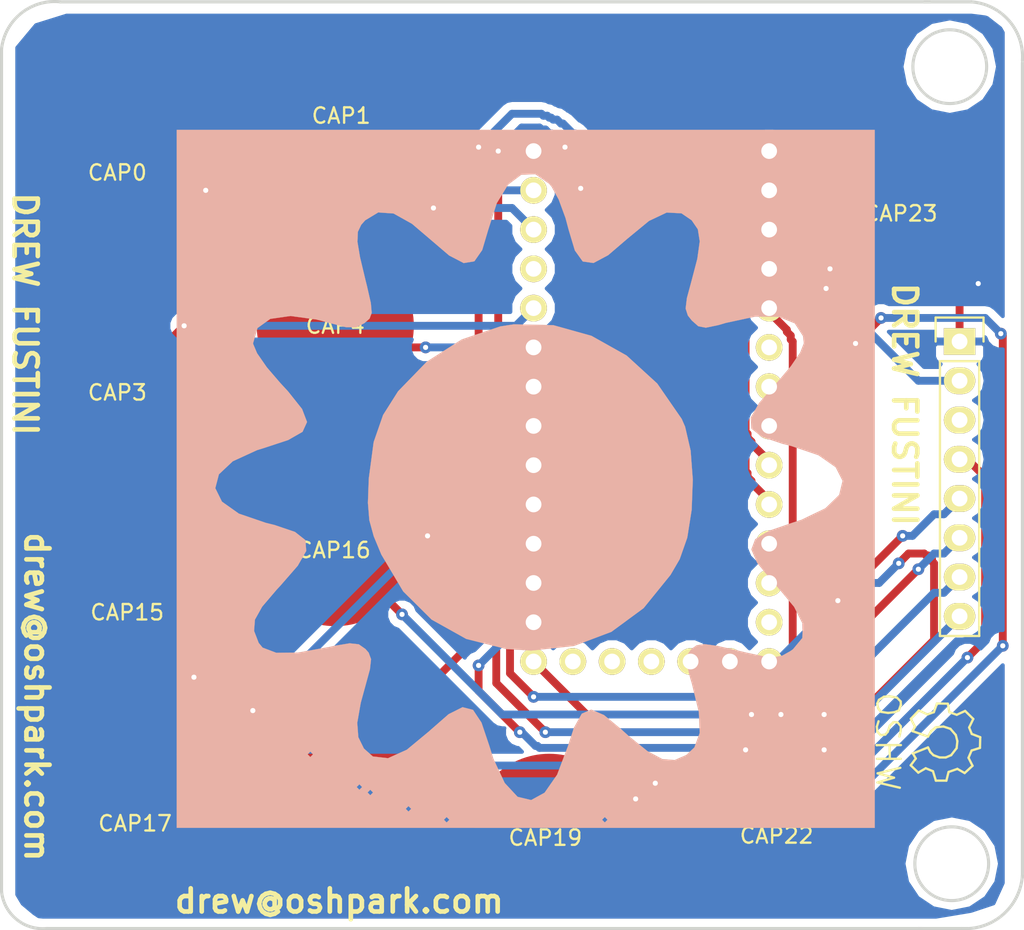
<source format=kicad_pcb>
(kicad_pcb (version 4) (host pcbnew 4.0.2-1.fc23-product)

  (general
    (links 18)
    (no_connects 0)
    (area 106.579999 83.465999 174.18502 148.2064)
    (thickness 1.6)
    (drawings 25)
    (tracks 248)
    (zones 0)
    (modules 15)
    (nets 35)
  )

  (page A4)
  (layers
    (0 F.Cu signal)
    (31 B.Cu signal)
    (32 B.Adhes user hide)
    (33 F.Adhes user hide)
    (34 B.Paste user hide)
    (35 F.Paste user hide)
    (36 B.SilkS user hide)
    (37 F.SilkS user hide)
    (38 B.Mask user hide)
    (39 F.Mask user hide)
    (40 Dwgs.User user hide)
    (41 Cmts.User user hide)
    (42 Eco1.User user hide)
    (43 Eco2.User user hide)
    (44 Edge.Cuts user)
    (45 Margin user hide)
    (46 B.CrtYd user hide)
    (47 F.CrtYd user hide)
    (48 B.Fab user hide)
    (49 F.Fab user hide)
  )

  (setup
    (last_trace_width 0.508)
    (user_trace_width 0.254)
    (user_trace_width 0.508)
    (user_trace_width 2.54)
    (trace_clearance 0.1524)
    (zone_clearance 0.508)
    (zone_45_only no)
    (trace_min 0.1524)
    (segment_width 0.2)
    (edge_width 0.2)
    (via_size 0.6858)
    (via_drill 0.3302)
    (via_min_size 0.6858)
    (via_min_drill 0.3302)
    (user_via 0.762 0.508)
    (uvia_size 0.3)
    (uvia_drill 0.1)
    (uvias_allowed no)
    (uvia_min_size 0)
    (uvia_min_drill 0)
    (pcb_text_width 0.3)
    (pcb_text_size 1.5 1.5)
    (mod_edge_width 0.15)
    (mod_text_size 1 1)
    (mod_text_width 0.15)
    (pad_size 1.524 1.524)
    (pad_drill 0.762)
    (pad_to_mask_clearance 0.2)
    (aux_axis_origin 0 0)
    (visible_elements FFFEFF7F)
    (pcbplotparams
      (layerselection 0x00030_80000001)
      (usegerberextensions false)
      (excludeedgelayer true)
      (linewidth 0.100000)
      (plotframeref false)
      (viasonmask false)
      (mode 1)
      (useauxorigin false)
      (hpglpennumber 1)
      (hpglpenspeed 20)
      (hpglpendiameter 15)
      (hpglpenoverlay 2)
      (psnegative false)
      (psa4output false)
      (plotreference true)
      (plotvalue true)
      (plotinvisibletext false)
      (padsonsilk false)
      (subtractmaskfromsilk false)
      (outputformat 1)
      (mirror false)
      (drillshape 1)
      (scaleselection 1)
      (outputdirectory ""))
  )

  (net 0 "")
  (net 1 "Net-(J1-Pad2)")
  (net 2 "Net-(J1-Pad5)")
  (net 3 "Net-(J1-Pad6)")
  (net 4 "Net-(J1-Pad7)")
  (net 5 "Net-(J1-Pad8)")
  (net 6 "Net-(J1-Pad17A)")
  (net 7 "Net-(J1-Pad3V1)")
  (net 8 "Net-(J1-PadG2)")
  (net 9 "Net-(J1-PadPGM)")
  (net 10 "Net-(J1-PadDAC)")
  (net 11 "Net-(J1-PadG3)")
  (net 12 "Net-(J1-PadVIN)")
  (net 13 "Net-(J1-Pad21)")
  (net 14 "Net-(J1-Pad20)")
  (net 15 "Net-(J1-Pad14)")
  (net 16 /CS)
  (net 17 /RST)
  (net 18 /GND)
  (net 19 /VIN)
  (net 20 /Data)
  (net 21 /CLK)
  (net 22 /DC)
  (net 23 "Net-(J2-Pad3)")
  (net 24 "Net-(CAP0-Pad1)")
  (net 25 "Net-(CAP1-Pad1)")
  (net 26 "Net-(CAP3-Pad1)")
  (net 27 "Net-(CAP4-Pad1)")
  (net 28 /CAP16)
  (net 29 /CAP18)
  (net 30 /CAP17)
  (net 31 /CAP22)
  (net 32 /CAP19)
  (net 33 /CAP23)
  (net 34 /CAP15)

  (net_class Default "This is the default net class."
    (clearance 0.1524)
    (trace_width 0.1524)
    (via_dia 0.6858)
    (via_drill 0.3302)
    (uvia_dia 0.3)
    (uvia_drill 0.1)
    (add_net /CAP15)
    (add_net /CAP16)
    (add_net /CAP17)
    (add_net /CAP18)
    (add_net /CAP19)
    (add_net /CAP22)
    (add_net /CAP23)
    (add_net /CLK)
    (add_net /CS)
    (add_net /DC)
    (add_net /Data)
    (add_net /GND)
    (add_net /RST)
    (add_net /VIN)
    (add_net "Net-(CAP0-Pad1)")
    (add_net "Net-(CAP1-Pad1)")
    (add_net "Net-(CAP3-Pad1)")
    (add_net "Net-(CAP4-Pad1)")
    (add_net "Net-(J1-Pad14)")
    (add_net "Net-(J1-Pad17A)")
    (add_net "Net-(J1-Pad2)")
    (add_net "Net-(J1-Pad20)")
    (add_net "Net-(J1-Pad21)")
    (add_net "Net-(J1-Pad3V1)")
    (add_net "Net-(J1-Pad5)")
    (add_net "Net-(J1-Pad6)")
    (add_net "Net-(J1-Pad7)")
    (add_net "Net-(J1-Pad8)")
    (add_net "Net-(J1-PadDAC)")
    (add_net "Net-(J1-PadG2)")
    (add_net "Net-(J1-PadG3)")
    (add_net "Net-(J1-PadPGM)")
    (add_net "Net-(J1-PadVIN)")
    (add_net "Net-(J2-Pad3)")
  )

  (module Wickerlib:TEENSY-LC (layer F.Cu) (tedit 578C46F8) (tstamp 5774F54A)
    (at 151.511 105.918)
    (path /573A858B)
    (fp_text reference J1 (at 2.8829 20.2184) (layer F.SilkS) hide
      (effects (font (size 1 1) (thickness 0.15)))
    )
    (fp_text value TEENSY-LC (at -2.54 20.32) (layer F.Fab)
      (effects (font (size 1 1) (thickness 0.15)))
    )
    (fp_text user "TEENSY LC" (at -3.5941 10.5664) (layer F.SilkS) hide
      (effects (font (size 1 1) (thickness 0.15)))
    )
    (fp_line (start -11.43 24.13) (end 6.35 24.13) (layer F.CrtYd) (width 0.1524))
    (fp_line (start -11.43 -11.43) (end -11.43 24.13) (layer F.CrtYd) (width 0.1524))
    (fp_line (start 6.35 -11.43) (end -11.43 -11.43) (layer F.CrtYd) (width 0.1524))
    (fp_line (start 6.35 24.13) (end 6.35 -11.43) (layer F.CrtYd) (width 0.1524))
    (pad G1 thru_hole circle (at -10.16 -10.16) (size 1.7272 1.7272) (drill 1.016) (layers *.Cu *.Mask F.SilkS)
      (net 18 /GND))
    (pad 0 thru_hole circle (at -10.16 -7.62) (size 1.7272 1.7272) (drill 1.016) (layers *.Cu *.Mask F.SilkS)
      (net 24 "Net-(CAP0-Pad1)"))
    (pad 1 thru_hole circle (at -10.16 -5.08) (size 1.7272 1.7272) (drill 1.016) (layers *.Cu *.Mask F.SilkS)
      (net 25 "Net-(CAP1-Pad1)"))
    (pad 2 thru_hole circle (at -10.16 -2.54) (size 1.7272 1.7272) (drill 1.016) (layers *.Cu *.Mask F.SilkS)
      (net 1 "Net-(J1-Pad2)"))
    (pad 3 thru_hole circle (at -10.16 0) (size 1.7272 1.7272) (drill 1.016) (layers *.Cu *.Mask F.SilkS)
      (net 26 "Net-(CAP3-Pad1)"))
    (pad 4 thru_hole circle (at -10.16 2.54) (size 1.7272 1.7272) (drill 1.016) (layers *.Cu *.Mask F.SilkS)
      (net 27 "Net-(CAP4-Pad1)"))
    (pad 5 thru_hole circle (at -10.16 5.08) (size 1.7272 1.7272) (drill 1.016) (layers *.Cu *.Mask F.SilkS)
      (net 2 "Net-(J1-Pad5)"))
    (pad 6 thru_hole circle (at -10.16 7.62) (size 1.7272 1.7272) (drill 1.016) (layers *.Cu *.Mask F.SilkS)
      (net 3 "Net-(J1-Pad6)"))
    (pad 7 thru_hole circle (at -10.16 10.16) (size 1.7272 1.7272) (drill 1.016) (layers *.Cu *.Mask F.SilkS)
      (net 4 "Net-(J1-Pad7)"))
    (pad 8 thru_hole circle (at -10.16 12.7) (size 1.7272 1.7272) (drill 1.016) (layers *.Cu *.Mask F.SilkS)
      (net 5 "Net-(J1-Pad8)"))
    (pad 9 thru_hole circle (at -10.16 15.24) (size 1.7272 1.7272) (drill 1.016) (layers *.Cu *.Mask F.SilkS)
      (net 20 /Data))
    (pad 10 thru_hole circle (at -10.16 17.78) (size 1.7272 1.7272) (drill 1.016) (layers *.Cu *.Mask F.SilkS)
      (net 21 /CLK))
    (pad 11 thru_hole circle (at -10.16 20.32) (size 1.7272 1.7272) (drill 1.016) (layers *.Cu *.Mask F.SilkS)
      (net 22 /DC))
    (pad 12 thru_hole circle (at -10.16 22.86) (size 1.7272 1.7272) (drill 1.016) (layers *.Cu *.Mask F.SilkS)
      (net 16 /CS))
    (pad 17A thru_hole circle (at -7.62 22.86) (size 1.7272 1.7272) (drill 1.016) (layers *.Cu *.Mask F.SilkS)
      (net 6 "Net-(J1-Pad17A)"))
    (pad 3V1 thru_hole circle (at -5.08 22.86) (size 1.7272 1.7272) (drill 1.016) (layers *.Cu *.Mask F.SilkS)
      (net 7 "Net-(J1-Pad3V1)"))
    (pad G2 thru_hole circle (at -2.54 22.86) (size 1.7272 1.7272) (drill 1.016) (layers *.Cu *.Mask F.SilkS)
      (net 8 "Net-(J1-PadG2)"))
    (pad PGM thru_hole circle (at 0 22.86) (size 1.7272 1.7272) (drill 1.016) (layers *.Cu *.Mask F.SilkS)
      (net 9 "Net-(J1-PadPGM)"))
    (pad DAC thru_hole circle (at 2.54 22.86) (size 1.7272 1.7272) (drill 1.016) (layers *.Cu *.Mask F.SilkS)
      (net 10 "Net-(J1-PadDAC)"))
    (pad 13 thru_hole circle (at 5.08 22.86) (size 1.7272 1.7272) (drill 1.016) (layers *.Cu *.Mask F.SilkS)
      (net 17 /RST))
    (pad 16 thru_hole circle (at 5.08 15.24) (size 1.7272 1.7272) (drill 1.016) (layers *.Cu *.Mask F.SilkS)
      (net 28 /CAP16))
    (pad 3V2 thru_hole circle (at 5.08 -5.08) (size 1.7272 1.7272) (drill 1.016) (layers *.Cu *.Mask F.SilkS)
      (net 19 /VIN))
    (pad 18 thru_hole circle (at 5.08 10.16) (size 1.7272 1.7272) (drill 1.016) (layers *.Cu *.Mask F.SilkS)
      (net 29 /CAP18))
    (pad 17 thru_hole circle (at 5.08 12.7) (size 1.7272 1.7272) (drill 1.016) (layers *.Cu *.Mask F.SilkS)
      (net 30 /CAP17))
    (pad G3 thru_hole circle (at 5.08 -7.62) (size 1.7272 1.7272) (drill 1.016) (layers *.Cu *.Mask F.SilkS)
      (net 11 "Net-(J1-PadG3)"))
    (pad 22 thru_hole circle (at 5.08 0) (size 1.7272 1.7272) (drill 1.016) (layers *.Cu *.Mask F.SilkS)
      (net 31 /CAP22))
    (pad VIN thru_hole circle (at 5.08 -10.16) (size 1.7272 1.7272) (drill 1.016) (layers *.Cu *.Mask F.SilkS)
      (net 12 "Net-(J1-PadVIN)"))
    (pad 21 thru_hole circle (at 5.08 2.54) (size 1.7272 1.7272) (drill 1.016) (layers *.Cu *.Mask F.SilkS)
      (net 13 "Net-(J1-Pad21)"))
    (pad 20 thru_hole circle (at 5.08 5.08) (size 1.7272 1.7272) (drill 1.016) (layers *.Cu *.Mask F.SilkS)
      (net 14 "Net-(J1-Pad20)"))
    (pad 19 thru_hole circle (at 5.08 7.62) (size 1.7272 1.7272) (drill 1.016) (layers *.Cu *.Mask F.SilkS)
      (net 32 /CAP19))
    (pad 23 thru_hole circle (at 5.08 -2.54) (size 1.7272 1.7272) (drill 1.016) (layers *.Cu *.Mask F.SilkS)
      (net 33 /CAP23))
    (pad 14 thru_hole circle (at 5.08 20.32) (size 1.7272 1.7272) (drill 1.016) (layers *.Cu *.Mask F.SilkS)
      (net 15 "Net-(J1-Pad14)"))
    (pad 15 thru_hole circle (at 5.08 17.78) (size 1.7272 1.7272) (drill 1.016) (layers *.Cu *.Mask F.SilkS)
      (net 34 /CAP15))
  )

  (module Wickerlib:Symbol_OSHW-Logo_SilkScreen (layer F.Cu) (tedit 5773C0FA) (tstamp 5775109D)
    (at 167.767 133.985 270)
    (descr "Symbol, OSHW-Logo, Silk Screen,")
    (tags "Symbol, OSHW-Logo, Silk Screen,")
    (fp_text reference REF** (at 0.09906 -4.38912 270) (layer F.SilkS) hide
      (effects (font (size 1 1) (thickness 0.15)))
    )
    (fp_text value Symbol_OSHW-Logo_SilkScreen (at 0.30988 6.56082 270) (layer F.Fab) hide
      (effects (font (size 1 1) (thickness 0.15)))
    )
    (fp_line (start 1.66878 2.68986) (end 2.02946 4.16052) (layer F.SilkS) (width 0.15))
    (fp_line (start 2.02946 4.16052) (end 2.30886 3.0988) (layer F.SilkS) (width 0.15))
    (fp_line (start 2.30886 3.0988) (end 2.61874 4.17068) (layer F.SilkS) (width 0.15))
    (fp_line (start 2.61874 4.17068) (end 2.9591 2.72034) (layer F.SilkS) (width 0.15))
    (fp_line (start 0.24892 3.38074) (end 1.03886 3.37058) (layer F.SilkS) (width 0.15))
    (fp_line (start 1.03886 3.37058) (end 1.04902 3.38074) (layer F.SilkS) (width 0.15))
    (fp_line (start 1.04902 3.38074) (end 1.04902 3.37058) (layer F.SilkS) (width 0.15))
    (fp_line (start 1.08966 2.65938) (end 1.08966 4.20116) (layer F.SilkS) (width 0.15))
    (fp_line (start 0.20066 2.64922) (end 0.20066 4.21894) (layer F.SilkS) (width 0.15))
    (fp_line (start 0.20066 4.21894) (end 0.21082 4.20878) (layer F.SilkS) (width 0.15))
    (fp_line (start -0.35052 2.75082) (end -0.70104 2.66954) (layer F.SilkS) (width 0.15))
    (fp_line (start -0.70104 2.66954) (end -1.02108 2.65938) (layer F.SilkS) (width 0.15))
    (fp_line (start -1.02108 2.65938) (end -1.25984 2.86004) (layer F.SilkS) (width 0.15))
    (fp_line (start -1.25984 2.86004) (end -1.29032 3.12928) (layer F.SilkS) (width 0.15))
    (fp_line (start -1.29032 3.12928) (end -1.04902 3.37058) (layer F.SilkS) (width 0.15))
    (fp_line (start -1.04902 3.37058) (end -0.6604 3.50012) (layer F.SilkS) (width 0.15))
    (fp_line (start -0.6604 3.50012) (end -0.48006 3.66014) (layer F.SilkS) (width 0.15))
    (fp_line (start -0.48006 3.66014) (end -0.43942 3.95986) (layer F.SilkS) (width 0.15))
    (fp_line (start -0.43942 3.95986) (end -0.67056 4.18084) (layer F.SilkS) (width 0.15))
    (fp_line (start -0.67056 4.18084) (end -0.9906 4.20878) (layer F.SilkS) (width 0.15))
    (fp_line (start -0.9906 4.20878) (end -1.34112 4.09956) (layer F.SilkS) (width 0.15))
    (fp_line (start -2.37998 2.64922) (end -2.6289 2.66954) (layer F.SilkS) (width 0.15))
    (fp_line (start -2.6289 2.66954) (end -2.8702 2.91084) (layer F.SilkS) (width 0.15))
    (fp_line (start -2.8702 2.91084) (end -2.9591 3.40106) (layer F.SilkS) (width 0.15))
    (fp_line (start -2.9591 3.40106) (end -2.93116 3.74904) (layer F.SilkS) (width 0.15))
    (fp_line (start -2.93116 3.74904) (end -2.7305 4.06908) (layer F.SilkS) (width 0.15))
    (fp_line (start -2.7305 4.06908) (end -2.47904 4.191) (layer F.SilkS) (width 0.15))
    (fp_line (start -2.47904 4.191) (end -2.16916 4.11988) (layer F.SilkS) (width 0.15))
    (fp_line (start -2.16916 4.11988) (end -1.95072 3.93954) (layer F.SilkS) (width 0.15))
    (fp_line (start -1.95072 3.93954) (end -1.8796 3.4798) (layer F.SilkS) (width 0.15))
    (fp_line (start -1.8796 3.4798) (end -1.9304 3.07086) (layer F.SilkS) (width 0.15))
    (fp_line (start -1.9304 3.07086) (end -2.03962 2.78892) (layer F.SilkS) (width 0.15))
    (fp_line (start -2.03962 2.78892) (end -2.4003 2.65938) (layer F.SilkS) (width 0.15))
    (fp_line (start -1.78054 0.92964) (end -2.03962 1.49098) (layer F.SilkS) (width 0.15))
    (fp_line (start -2.03962 1.49098) (end -1.50114 2.00914) (layer F.SilkS) (width 0.15))
    (fp_line (start -1.50114 2.00914) (end -0.98044 1.7399) (layer F.SilkS) (width 0.15))
    (fp_line (start -0.98044 1.7399) (end -0.70104 1.89992) (layer F.SilkS) (width 0.15))
    (fp_line (start 0.73914 1.8796) (end 1.06934 1.6891) (layer F.SilkS) (width 0.15))
    (fp_line (start 1.06934 1.6891) (end 1.50876 2.0193) (layer F.SilkS) (width 0.15))
    (fp_line (start 1.50876 2.0193) (end 1.9812 1.52908) (layer F.SilkS) (width 0.15))
    (fp_line (start 1.9812 1.52908) (end 1.69926 1.04902) (layer F.SilkS) (width 0.15))
    (fp_line (start 1.69926 1.04902) (end 1.88976 0.57912) (layer F.SilkS) (width 0.15))
    (fp_line (start 1.88976 0.57912) (end 2.49936 0.39116) (layer F.SilkS) (width 0.15))
    (fp_line (start 2.49936 0.39116) (end 2.49936 -0.28956) (layer F.SilkS) (width 0.15))
    (fp_line (start 2.49936 -0.28956) (end 1.94056 -0.42926) (layer F.SilkS) (width 0.15))
    (fp_line (start 1.94056 -0.42926) (end 1.7399 -1.00076) (layer F.SilkS) (width 0.15))
    (fp_line (start 1.7399 -1.00076) (end 2.00914 -1.47066) (layer F.SilkS) (width 0.15))
    (fp_line (start 2.00914 -1.47066) (end 1.53924 -1.9812) (layer F.SilkS) (width 0.15))
    (fp_line (start 1.53924 -1.9812) (end 1.02108 -1.71958) (layer F.SilkS) (width 0.15))
    (fp_line (start 1.02108 -1.71958) (end 0.55118 -1.92024) (layer F.SilkS) (width 0.15))
    (fp_line (start 0.55118 -1.92024) (end 0.381 -2.46126) (layer F.SilkS) (width 0.15))
    (fp_line (start 0.381 -2.46126) (end -0.30988 -2.47904) (layer F.SilkS) (width 0.15))
    (fp_line (start -0.30988 -2.47904) (end -0.5207 -1.9304) (layer F.SilkS) (width 0.15))
    (fp_line (start -0.5207 -1.9304) (end -0.9398 -1.76022) (layer F.SilkS) (width 0.15))
    (fp_line (start -0.9398 -1.76022) (end -1.49098 -2.02946) (layer F.SilkS) (width 0.15))
    (fp_line (start -1.49098 -2.02946) (end -2.00914 -1.50114) (layer F.SilkS) (width 0.15))
    (fp_line (start -2.00914 -1.50114) (end -1.76022 -0.96012) (layer F.SilkS) (width 0.15))
    (fp_line (start -1.76022 -0.96012) (end -1.9304 -0.48006) (layer F.SilkS) (width 0.15))
    (fp_line (start -1.9304 -0.48006) (end -2.47904 -0.381) (layer F.SilkS) (width 0.15))
    (fp_line (start -2.47904 -0.381) (end -2.4892 0.32004) (layer F.SilkS) (width 0.15))
    (fp_line (start -2.4892 0.32004) (end -1.9304 0.5207) (layer F.SilkS) (width 0.15))
    (fp_line (start -1.9304 0.5207) (end -1.7907 0.91948) (layer F.SilkS) (width 0.15))
    (fp_line (start 0.35052 0.89916) (end 0.65024 0.7493) (layer F.SilkS) (width 0.15))
    (fp_line (start 0.65024 0.7493) (end 0.8509 0.55118) (layer F.SilkS) (width 0.15))
    (fp_line (start 0.8509 0.55118) (end 1.00076 0.14986) (layer F.SilkS) (width 0.15))
    (fp_line (start 1.00076 0.14986) (end 1.00076 -0.24892) (layer F.SilkS) (width 0.15))
    (fp_line (start 1.00076 -0.24892) (end 0.8509 -0.59944) (layer F.SilkS) (width 0.15))
    (fp_line (start 0.8509 -0.59944) (end 0.39878 -0.94996) (layer F.SilkS) (width 0.15))
    (fp_line (start 0.39878 -0.94996) (end -0.0508 -1.00076) (layer F.SilkS) (width 0.15))
    (fp_line (start -0.0508 -1.00076) (end -0.44958 -0.89916) (layer F.SilkS) (width 0.15))
    (fp_line (start -0.44958 -0.89916) (end -0.8509 -0.55118) (layer F.SilkS) (width 0.15))
    (fp_line (start -0.8509 -0.55118) (end -1.00076 -0.09906) (layer F.SilkS) (width 0.15))
    (fp_line (start -1.00076 -0.09906) (end -0.94996 0.39878) (layer F.SilkS) (width 0.15))
    (fp_line (start -0.94996 0.39878) (end -0.70104 0.70104) (layer F.SilkS) (width 0.15))
    (fp_line (start -0.70104 0.70104) (end -0.35052 0.89916) (layer F.SilkS) (width 0.15))
    (fp_line (start -0.35052 0.89916) (end -0.70104 1.89992) (layer F.SilkS) (width 0.15))
    (fp_line (start 0.35052 0.89916) (end 0.7493 1.89992) (layer F.SilkS) (width 0.15))
  )

  (module Wickerlib:Pin_Header_Straight_1x08 (layer F.Cu) (tedit 5773C005) (tstamp 5774F561)
    (at 168.91 108.077)
    (descr "Through hole pin header")
    (tags "pin header")
    (path /573AD5FE)
    (fp_text reference J2 (at 0 -5.1) (layer F.SilkS) hide
      (effects (font (size 1 1) (thickness 0.15)))
    )
    (fp_text value OLED_128x64 (at 0 -3.1) (layer F.Fab) hide
      (effects (font (size 1 1) (thickness 0.15)))
    )
    (fp_line (start -1.75 -1.75) (end -1.75 19.55) (layer F.CrtYd) (width 0.05))
    (fp_line (start 1.75 -1.75) (end 1.75 19.55) (layer F.CrtYd) (width 0.05))
    (fp_line (start -1.75 -1.75) (end 1.75 -1.75) (layer F.CrtYd) (width 0.05))
    (fp_line (start -1.75 19.55) (end 1.75 19.55) (layer F.CrtYd) (width 0.05))
    (fp_line (start 1.27 1.27) (end 1.27 19.05) (layer F.SilkS) (width 0.15))
    (fp_line (start 1.27 19.05) (end -1.27 19.05) (layer F.SilkS) (width 0.15))
    (fp_line (start -1.27 19.05) (end -1.27 1.27) (layer F.SilkS) (width 0.15))
    (fp_line (start 1.55 -1.55) (end 1.55 0) (layer F.SilkS) (width 0.15))
    (fp_line (start 1.27 1.27) (end -1.27 1.27) (layer F.SilkS) (width 0.15))
    (fp_line (start -1.55 0) (end -1.55 -1.55) (layer F.SilkS) (width 0.15))
    (fp_line (start -1.55 -1.55) (end 1.55 -1.55) (layer F.SilkS) (width 0.15))
    (pad 1 thru_hole rect (at 0 0) (size 2.032 1.7272) (drill 1.016) (layers *.Cu *.Mask F.SilkS)
      (net 18 /GND))
    (pad 2 thru_hole oval (at 0 2.54) (size 2.032 1.7272) (drill 1.016) (layers *.Cu *.Mask F.SilkS)
      (net 19 /VIN))
    (pad 3 thru_hole oval (at 0 5.08) (size 2.032 1.7272) (drill 1.016) (layers *.Cu *.Mask F.SilkS)
      (net 23 "Net-(J2-Pad3)"))
    (pad 4 thru_hole oval (at 0 7.62) (size 2.032 1.7272) (drill 1.016) (layers *.Cu *.Mask F.SilkS)
      (net 16 /CS))
    (pad 5 thru_hole oval (at 0 10.16) (size 2.032 1.7272) (drill 1.016) (layers *.Cu *.Mask F.SilkS)
      (net 17 /RST))
    (pad 6 thru_hole oval (at 0 12.7) (size 2.032 1.7272) (drill 1.016) (layers *.Cu *.Mask F.SilkS)
      (net 22 /DC))
    (pad 7 thru_hole oval (at 0 15.24) (size 2.032 1.7272) (drill 1.016) (layers *.Cu *.Mask F.SilkS)
      (net 21 /CLK))
    (pad 8 thru_hole oval (at 0 17.78) (size 2.032 1.7272) (drill 1.016) (layers *.Cu *.Mask F.SilkS)
      (net 20 /Data))
    (model Pin_Headers.3dshapes/Pin_Header_Straight_1x08.wrl
      (at (xyz 0 -0.35 0))
      (scale (xyz 1 1 1))
      (rotate (xyz 0 0 90))
    )
  )

  (module Wickerlib:CAPSENSE_CIRCLE_D10 (layer F.Cu) (tedit 578C810C) (tstamp 578C780D)
    (at 114.3 97.155)
    (path /578C77CB)
    (fp_text reference CAP0 (at 0.127 0) (layer F.SilkS)
      (effects (font (size 1 1) (thickness 0.15)))
    )
    (fp_text value CAPSENSE_CIRCLE (at 0.025 7.325) (layer F.Fab)
      (effects (font (size 1 1) (thickness 0.15)))
    )
    (pad 1 smd circle (at 0 0) (size 10.16 10.16) (layers F.Cu)
      (net 24 "Net-(CAP0-Pad1)") (clearance 0.508))
  )

  (module Wickerlib:CAPSENSE_CIRCLE_D10 (layer F.Cu) (tedit 578C8085) (tstamp 578C7812)
    (at 128.905 93.472 90)
    (path /578C972A)
    (fp_text reference CAP1 (at 0 0 360) (layer F.SilkS)
      (effects (font (size 1 1) (thickness 0.15)))
    )
    (fp_text value CAPSENSE_CIRCLE (at 0.025 7.325 90) (layer F.Fab)
      (effects (font (size 1 1) (thickness 0.15)))
    )
    (pad 1 smd circle (at 0 0 90) (size 10.16 10.16) (layers F.Cu)
      (net 25 "Net-(CAP1-Pad1)") (clearance 0.508))
  )

  (module Wickerlib:CAPSENSE_CIRCLE_D10 (layer F.Cu) (tedit 578C8037) (tstamp 578C7817)
    (at 114.427 111.379)
    (path /578C97B4)
    (fp_text reference CAP3 (at 0 0) (layer F.SilkS)
      (effects (font (size 1 1) (thickness 0.15)))
    )
    (fp_text value CAPSENSE_CIRCLE (at 0.025 7.325) (layer F.Fab)
      (effects (font (size 1 1) (thickness 0.15)))
    )
    (pad 1 smd circle (at 0 0) (size 10.16 10.16) (layers F.Cu)
      (net 26 "Net-(CAP3-Pad1)") (clearance 0.508))
  )

  (module Wickerlib:CAPSENSE_CIRCLE_D10 (layer F.Cu) (tedit 578C803D) (tstamp 578C781C)
    (at 128.524 107.061)
    (path /578C9854)
    (fp_text reference CAP4 (at 0 0) (layer F.SilkS)
      (effects (font (size 1 1) (thickness 0.15)))
    )
    (fp_text value CAPSENSE_CIRCLE (at 0.025 7.325) (layer F.Fab)
      (effects (font (size 1 1) (thickness 0.15)))
    )
    (pad 1 smd circle (at 0 0) (size 10.16 10.16) (layers F.Cu)
      (net 27 "Net-(CAP4-Pad1)") (clearance 0.508))
  )

  (module Wickerlib:CAPSENSE_CIRCLE_D10 (layer F.Cu) (tedit 578C80DE) (tstamp 578C7821)
    (at 115.062 125.476)
    (path /578C73B1)
    (fp_text reference CAP15 (at 0 0.127) (layer F.SilkS)
      (effects (font (size 1 1) (thickness 0.15)))
    )
    (fp_text value CAPSENSE_CIRCLE (at 0.025 7.325) (layer F.Fab)
      (effects (font (size 1 1) (thickness 0.15)))
    )
    (pad 1 smd circle (at 0 0) (size 10.16 10.16) (layers F.Cu)
      (net 34 /CAP15) (clearance 0.508))
  )

  (module Wickerlib:CAPSENSE_CIRCLE_D10 (layer F.Cu) (tedit 578C80DA) (tstamp 578C7826)
    (at 128.524 121.412)
    (path /578C75FB)
    (fp_text reference CAP16 (at -0.0889 0.1651) (layer F.SilkS)
      (effects (font (size 1 1) (thickness 0.15)))
    )
    (fp_text value CAPSENSE_CIRCLE (at 0.025 7.325) (layer F.Fab)
      (effects (font (size 1 1) (thickness 0.15)))
    )
    (pad 1 smd circle (at 0 0) (size 10.16 10.16) (layers F.Cu)
      (net 28 /CAP16) (clearance 0.508))
  )

  (module Wickerlib:CAPSENSE_CIRCLE_D10 (layer F.Cu) (tedit 578C8103) (tstamp 578C782B)
    (at 115.57 139.573)
    (path /578C750B)
    (fp_text reference CAP17 (at 0 -0.3175) (layer F.SilkS)
      (effects (font (size 1 1) (thickness 0.15)))
    )
    (fp_text value CAPSENSE_CIRCLE (at 0.025 7.325) (layer F.Fab)
      (effects (font (size 1 1) (thickness 0.15)))
    )
    (pad 1 smd circle (at 0 0) (size 10.16 10.16) (layers F.Cu)
      (net 30 /CAP17) (clearance 0.508))
  )

  (module Wickerlib:CAPSENSE_CIRCLE_D10 (layer F.Cu) (tedit 578C8106) (tstamp 578C7830)
    (at 128.778 136.144)
    (path /578C744A)
    (fp_text reference CAP18 (at 0 -0.3175) (layer F.SilkS)
      (effects (font (size 1 1) (thickness 0.15)))
    )
    (fp_text value CAPSENSE_CIRCLE (at 0.025 7.325) (layer F.Fab)
      (effects (font (size 1 1) (thickness 0.15)))
    )
    (pad 1 smd circle (at 0 0) (size 10.16 10.16) (layers F.Cu)
      (net 29 /CAP18) (clearance 0.508))
  )

  (module Wickerlib:CAPSENSE_CIRCLE_D10 (layer F.Cu) (tedit 578C8067) (tstamp 578C7835)
    (at 142.367 139.827)
    (path /578C755C)
    (fp_text reference CAP19 (at -0.254 0.3556) (layer F.SilkS)
      (effects (font (size 1 1) (thickness 0.15)))
    )
    (fp_text value CAPSENSE_CIRCLE (at 0.025 7.325) (layer F.Fab)
      (effects (font (size 1 1) (thickness 0.15)))
    )
    (pad 1 smd circle (at 0 0) (size 10.16 10.16) (layers F.Cu)
      (net 32 /CAP19) (clearance 0.508))
  )

  (module Wickerlib:CAPSENSE_CIRCLE_D10 (layer F.Cu) (tedit 578C80E4) (tstamp 578C783A)
    (at 157.48 139.954)
    (path /578C7721)
    (fp_text reference CAP22 (at -0.4064 0.0889) (layer F.SilkS)
      (effects (font (size 1 1) (thickness 0.15)))
    )
    (fp_text value CAPSENSE_CIRCLE (at 0.025 7.325) (layer F.Fab)
      (effects (font (size 1 1) (thickness 0.15)))
    )
    (pad 1 smd circle (at 0 0) (size 10.16 10.16) (layers F.Cu)
      (net 31 /CAP22) (clearance 0.508))
  )

  (module Wickerlib:CAPSENSE_CIRCLE_D10 (layer F.Cu) (tedit 578C80D3) (tstamp 578C783F)
    (at 165.227 99.695)
    (path /578C7694)
    (fp_text reference CAP23 (at -0.127 0.1016) (layer F.SilkS)
      (effects (font (size 1 1) (thickness 0.15)))
    )
    (fp_text value CAPSENSE_CIRCLE (at 0.025 7.325) (layer F.Fab)
      (effects (font (size 1 1) (thickness 0.15)))
    )
    (pad 1 smd circle (at 0 0) (size 10.16 10.16) (layers F.Cu)
      (net 33 /CAP23) (clearance 0.508))
  )

  (module teensy-big-oled:oshpark-silk-dpi72 (layer B.Cu) (tedit 0) (tstamp 578C9A4B)
    (at 140.843 116.967)
    (fp_text reference G*** (at 0 0) (layer B.SilkS) hide
      (effects (font (thickness 0.3)) (justify mirror))
    )
    (fp_text value LOGO (at 0.75 0) (layer B.SilkS) hide
      (effects (font (thickness 0.3)) (justify mirror))
    )
    (fp_poly (pts (xy 22.577778 -22.577778) (xy -22.577777 -22.577778) (xy -22.577777 0.598375) (xy -20.080481 0.598375)
      (xy -19.847461 -0.297463) (xy -18.948297 -1.142289) (xy -17.380619 -1.86116) (xy -16.959434 -1.991062)
      (xy -15.366423 -2.515566) (xy -14.436912 -3.046734) (xy -14.145522 -3.683216) (xy -14.466878 -4.523659)
      (xy -15.375601 -5.666714) (xy -15.875 -6.206602) (xy -16.746597 -7.220421) (xy -17.377046 -8.129647)
      (xy -17.637798 -8.747239) (xy -17.638889 -8.773129) (xy -17.350447 -9.760368) (xy -16.522986 -10.354611)
      (xy -15.213303 -10.540763) (xy -13.478196 -10.303732) (xy -12.685488 -10.089397) (xy -11.627082 -9.816821)
      (xy -10.9634 -9.812676) (xy -10.437204 -10.075667) (xy -10.433931 -10.078058) (xy -10.098511 -10.37414)
      (xy -9.961986 -10.747563) (xy -10.019424 -11.383652) (xy -10.265889 -12.46773) (xy -10.360248 -12.845538)
      (xy -10.71961 -14.350658) (xy -10.885548 -15.341966) (xy -10.858972 -15.983915) (xy -10.640792 -16.440956)
      (xy -10.381746 -16.731746) (xy -9.537505 -17.240944) (xy -8.549456 -17.170328) (xy -7.355211 -16.501977)
      (xy -6.222238 -15.537011) (xy -4.953679 -14.453174) (xy -4.011123 -13.962686) (xy -3.321994 -14.076709)
      (xy -2.813712 -14.806405) (xy -2.422957 -16.121317) (xy -1.871478 -17.839317) (xy -1.138071 -19.039643)
      (xy -0.286852 -19.678711) (xy 0.618067 -19.712937) (xy 1.512573 -19.098739) (xy 1.674705 -18.906864)
      (xy 2.132726 -18.076073) (xy 2.573294 -16.880379) (xy 2.775736 -16.121317) (xy 3.177569 -14.780584)
      (xy 3.689486 -14.066407) (xy 4.384063 -13.967624) (xy 5.33388 -14.473074) (xy 6.575016 -15.537011)
      (xy 7.976766 -16.691325) (xy 9.122927 -17.233717) (xy 10.075884 -17.182108) (xy 10.734524 -16.731746)
      (xy 11.134825 -16.147568) (xy 11.256664 -15.369121) (xy 11.099757 -14.239226) (xy 10.727483 -12.817698)
      (xy 10.424963 -11.695207) (xy 10.344411 -11.020705) (xy 10.487417 -10.571927) (xy 10.745898 -10.245832)
      (xy 11.163851 -9.876101) (xy 11.651733 -9.782902) (xy 12.455049 -9.949357) (xy 12.950872 -10.094235)
      (xy 14.853512 -10.503536) (xy 16.357694 -10.488297) (xy 17.404815 -10.063875) (xy 17.936272 -9.245631)
      (xy 17.991667 -8.773129) (xy 17.759741 -8.181279) (xy 17.149663 -7.28549) (xy 16.28998 -6.272805)
      (xy 16.227778 -6.206602) (xy 15.098098 -4.909557) (xy 14.550835 -3.952862) (xy 14.605428 -3.251587)
      (xy 15.281313 -2.720803) (xy 16.597929 -2.275581) (xy 17.159194 -2.136969) (xy 18.937053 -1.532483)
      (xy 20.051026 -0.755189) (xy 20.499048 0.123174) (xy 20.279051 1.030868) (xy 19.388971 1.896155)
      (xy 17.826742 2.647295) (xy 17.301875 2.817527) (xy 15.736706 3.357338) (xy 14.844044 3.905264)
      (xy 14.596797 4.560922) (xy 14.967873 5.423927) (xy 15.930182 6.593893) (xy 16.19712 6.879741)
      (xy 17.363951 8.276699) (xy 17.926435 9.392062) (xy 17.897491 10.285989) (xy 17.290036 11.018636)
      (xy 17.112579 11.143068) (xy 16.600339 11.429332) (xy 16.072091 11.537251) (xy 15.32499 11.464588)
      (xy 14.156188 11.209109) (xy 13.730996 11.1058) (xy 12.396303 10.800864) (xy 11.564274 10.687668)
      (xy 11.060403 10.75984) (xy 10.72501 10.996021) (xy 10.450929 11.390385) (xy 10.419019 11.932354)
      (xy 10.631871 12.843155) (xy 10.751386 13.246283) (xy 11.200584 15.088133) (xy 11.256226 16.431844)
      (xy 10.911134 17.369634) (xy 10.392494 17.857187) (xy 9.634433 18.187099) (xy 8.839014 18.12303)
      (xy 7.884759 17.617249) (xy 6.65019 16.622025) (xy 6.191356 16.20647) (xy 5.061925 15.273344)
      (xy 4.240727 14.922998) (xy 3.627166 15.186857) (xy 3.120646 16.096345) (xy 2.731384 17.287285)
      (xy 2.030278 19.136185) (xy 1.21975 20.298347) (xy 0.35072 20.774127) (xy -0.525891 20.563882)
      (xy -1.359165 19.667968) (xy -2.09818 18.086743) (xy -2.358996 17.251642) (xy -2.861442 15.761254)
      (xy -3.40863 14.939764) (xy -4.088346 14.765728) (xy -4.988377 15.217701) (xy -6.196508 16.274241)
      (xy -6.229356 16.306205) (xy -7.690417 17.517242) (xy -8.910387 18.066269) (xy -9.890969 17.953738)
      (xy -10.467627 17.439171) (xy -10.828684 16.705852) (xy -10.897691 15.777017) (xy -10.670929 14.483997)
      (xy -10.379098 13.421836) (xy -10.077167 12.315929) (xy -10.004126 11.660407) (xy -10.158882 11.238631)
      (xy -10.366906 11.001348) (xy -10.799854 10.697515) (xy -11.394299 10.633478) (xy -12.377273 10.796797)
      (xy -12.714721 10.872708) (xy -14.717204 11.23245) (xy -16.140364 11.246384) (xy -17.021085 10.912357)
      (xy -17.273699 10.606525) (xy -17.571896 9.831253) (xy -17.516434 9.102707) (xy -17.048133 8.264577)
      (xy -16.107814 7.160554) (xy -15.875 6.912157) (xy -14.745319 5.615112) (xy -14.198057 4.658417)
      (xy -14.252649 3.957142) (xy -14.928535 3.426358) (xy -16.245151 2.981136) (xy -16.806415 2.842524)
      (xy -18.557586 2.243312) (xy -19.649732 1.470281) (xy -20.080481 0.598375) (xy -22.577777 0.598375)
      (xy -22.577777 17.815277) (xy -14.111111 17.815277) (xy -13.934722 17.638889) (xy -13.758333 17.815277)
      (xy -13.934722 17.991666) (xy -14.111111 17.815277) (xy -22.577777 17.815277) (xy -22.577777 19.931944)
      (xy -10.936111 19.931944) (xy -10.759722 19.755555) (xy -10.583333 19.931944) (xy -10.759722 20.108333)
      (xy -10.936111 19.931944) (xy -22.577777 19.931944) (xy -22.577777 20.284722) (xy -10.230555 20.284722)
      (xy -10.054166 20.108333) (xy -9.877777 20.284722) (xy -10.054166 20.461111) (xy -10.230555 20.284722)
      (xy -22.577777 20.284722) (xy -22.577777 21.343055) (xy -7.761111 21.343055) (xy -7.584722 21.166666)
      (xy -7.408333 21.343055) (xy -7.584722 21.519444) (xy -7.761111 21.343055) (xy -22.577777 21.343055)
      (xy -22.577777 22.048611) (xy -5.291666 22.048611) (xy -5.115277 21.872222) (xy -4.938889 22.048611)
      (xy 4.938889 22.048611) (xy 5.115278 21.872222) (xy 5.291667 22.048611) (xy 5.115278 22.225)
      (xy 4.938889 22.048611) (xy -4.938889 22.048611) (xy -5.115277 22.225) (xy -5.291666 22.048611)
      (xy -22.577777 22.048611) (xy -22.577777 22.570038) (xy 0 22.572397) (xy 22.577778 22.574756)
      (xy 22.577778 -22.577778)) (layer B.SilkS) (width 0.01))
    (fp_poly (pts (xy 3.120638 10.805943) (xy 5.5445 9.891111) (xy 7.626393 8.359458) (xy 9.368349 6.209733)
      (xy 9.961277 5.193663) (xy 10.452486 3.797604) (xy 10.73653 1.99982) (xy 10.809901 0.042513)
      (xy 10.669092 -1.832113) (xy 10.310595 -3.381855) (xy 10.092684 -3.880556) (xy 8.507283 -6.173722)
      (xy 6.527353 -7.983222) (xy 4.252772 -9.258107) (xy 1.783418 -9.947428) (xy -0.780832 -10.000235)
      (xy -1.642623 -9.86694) (xy -4.147604 -9.0189) (xy -6.401267 -7.582844) (xy -8.258726 -5.668236)
      (xy -9.228277 -4.13577) (xy -9.83757 -2.38233) (xy -10.149896 -0.045338) (xy -10.155019 0.037777)
      (xy -10.208487 1.547642) (xy -10.118079 2.668986) (xy -9.83164 3.712857) (xy -9.340975 4.892634)
      (xy -7.926361 7.275909) (xy -6.085615 9.101432) (xy -3.847564 10.350727) (xy -1.241037 11.005318)
      (xy 0.352778 11.105202) (xy 3.120638 10.805943)) (layer B.SilkS) (width 0.01))
  )

  (gr_text "DREW FUSTINI" (at 151.511 88.646) (layer F.Mask)
    (effects (font (size 1.5 1.5) (thickness 0.3)))
  )
  (gr_text "drew@oshpark.com\n" (at 150.876 91.186) (layer B.Mask) (tstamp 578C9CE4)
    (effects (font (size 1.5 1.5) (thickness 0.3)) (justify mirror))
  )
  (gr_text "drew@oshpark.com\n" (at 151.765 91.186) (layer F.Mask)
    (effects (font (size 1.5 1.5) (thickness 0.3)))
  )
  (gr_text "DREW FUSTINI" (at 108.458 106.299 270) (layer F.SilkS)
    (effects (font (size 1.5 1.5) (thickness 0.3)))
  )
  (gr_text "DREW FUSTINI" (at 165.354 112.141 270) (layer F.SilkS)
    (effects (font (size 1.5 1.5) (thickness 0.3)))
  )
  (gr_text "drew@oshpark.com\n" (at 162.306 119.253 270) (layer F.SilkS)
    (effects (font (size 1.5 1.5) (thickness 0.3)))
  )
  (gr_circle (center 168.402 141.859) (end 167.386 139.7) (layer Edge.Cuts) (width 0.2) (tstamp 578C8E2E))
  (gr_circle (center 168.275 90.297) (end 167.259 88.138) (layer Edge.Cuts) (width 0.2))
  (gr_line (start 166.624 86.106) (end 169.672 86.106) (angle 90) (layer Edge.Cuts) (width 0.2))
  (gr_line (start 166.243 146.05) (end 169.418 146.05) (angle 90) (layer Edge.Cuts) (width 0.2))
  (gr_line (start 106.934 143.637) (end 106.934 89.154) (angle 90) (layer Edge.Cuts) (width 0.2))
  (gr_line (start 166.497 146.05) (end 109.855 146.05) (angle 90) (layer Edge.Cuts) (width 0.2))
  (gr_line (start 172.974 90.043) (end 172.974 142.748) (angle 90) (layer Edge.Cuts) (width 0.2))
  (gr_line (start 110.744 86.106) (end 167.005 86.106) (angle 90) (layer Edge.Cuts) (width 0.2))
  (gr_arc (start 109.601 143.383) (end 109.855 146.05) (angle 90) (layer Edge.Cuts) (width 0.2))
  (gr_arc (start 169.291 142.367) (end 172.974 142.621) (angle 90) (layer Edge.Cuts) (width 0.2))
  (gr_arc (start 169.418 89.662) (end 169.672 86.106) (angle 90) (layer Edge.Cuts) (width 0.2))
  (gr_arc (start 110.363 89.535) (end 106.934 89.154) (angle 90) (layer Edge.Cuts) (width 0.2))
  (gr_line (start 170.307 86.106) (end 106.68 86.106) (angle 90) (layer Eco1.User) (width 0.2))
  (gr_line (start 106.934 146.05) (end 106.934 83.566) (angle 90) (layer Eco1.User) (width 0.2))
  (gr_line (start 170.307 146.05) (end 106.934 146.05) (angle 90) (layer Eco1.User) (width 0.2))
  (gr_line (start 170.307 83.566) (end 170.307 146.05) (angle 90) (layer Eco1.User) (width 0.2))
  (gr_text "drew@oshpark.com\n" (at 128.778 144.272) (layer F.SilkS)
    (effects (font (size 1.5 1.5) (thickness 0.3)))
  )
  (gr_text "drew@oshpark.com\n" (at 109.22 131.064 270) (layer F.SilkS)
    (effects (font (size 1.5 1.5) (thickness 0.3)))
  )
  (gr_text "DREW FUSTINI" (at 151.511 88.646) (layer B.Mask)
    (effects (font (size 1.5 1.5) (thickness 0.3)) (justify mirror))
  )

  (segment (start 168.91 115.697) (end 169.418 115.697) (width 0.508) (layer F.Cu) (net 16) (status 80000))
  (segment (start 169.418 115.697) (end 170.434 116.713) (width 0.508) (layer F.Cu) (net 16) (status 80000))
  (segment (start 170.434 116.713) (end 170.561 116.713) (width 0.508) (layer F.Cu) (net 16) (status 80000))
  (segment (start 170.561 116.713) (end 170.561 127.381) (width 0.508) (layer F.Cu) (net 16) (status 80000))
  (segment (start 170.561 127.381) (end 169.418 128.524) (width 0.508) (layer F.Cu) (net 16) (status 80000))
  (via (at 169.418 128.524) (size 0.762) (layers F.Cu B.Cu) (net 16) (status 80000))
  (segment (start 169.418 128.524) (end 161.29 136.652) (width 0.508) (layer B.Cu) (net 16) (status 80000))
  (segment (start 161.29 136.652) (end 149.225 136.652) (width 0.508) (layer B.Cu) (net 16) (status 80000))
  (via (at 149.225 136.652) (size 0.762) (layers F.Cu B.Cu) (net 16) (status 80000))
  (segment (start 149.225 136.652) (end 141.351 128.778) (width 0.508) (layer F.Cu) (net 16) (status 80000))
  (segment (start 168.91 118.237) (end 167.894 119.253) (width 0.508) (layer B.Cu) (net 17) (status 80000))
  (segment (start 167.894 119.253) (end 167.259 119.253) (width 0.508) (layer B.Cu) (net 17) (status 80000))
  (segment (start 167.259 119.253) (end 165.862 120.65) (width 0.508) (layer B.Cu) (net 17) (status 80000))
  (segment (start 165.862 120.65) (end 165.227 120.65) (width 0.508) (layer B.Cu) (net 17) (status 80000))
  (via (at 165.227 120.65) (size 0.762) (layers F.Cu B.Cu) (net 17) (status 80000))
  (segment (start 165.227 120.65) (end 161.036 124.841) (width 0.508) (layer F.Cu) (net 17) (status 80000))
  (via (at 161.036 124.841) (size 0.762) (layers F.Cu B.Cu) (net 17) (status 80000))
  (segment (start 161.036 124.841) (end 157.099 128.778) (width 0.508) (layer B.Cu) (net 17) (status 80000))
  (segment (start 157.099 128.778) (end 156.591 128.778) (width 0.508) (layer B.Cu) (net 17) (status 80000))
  (segment (start 168.91 108.077) (end 168.91 105.537) (width 0.508) (layer F.Cu) (net 18))
  (via (at 170.1165 104.3305) (size 0.6858) (drill 0.3302) (layers F.Cu B.Cu) (net 18))
  (segment (start 168.91 105.537) (end 170.1165 104.3305) (width 0.508) (layer F.Cu) (net 18) (tstamp 57B61D7F))
  (segment (start 156.591 100.838) (end 159.639 103.886) (width 0.508) (layer F.Cu) (net 19) (status 80000))
  (segment (start 159.639 103.886) (end 159.639 104.013) (width 0.508) (layer F.Cu) (net 19) (status 80000))
  (segment (start 159.639 104.013) (end 160.274 104.648) (width 0.508) (layer F.Cu) (net 19) (status 80000))
  (via (at 160.274 104.648) (size 0.762) (layers F.Cu B.Cu) (net 19) (status 80000))
  (segment (start 160.274 104.648) (end 166.243 110.617) (width 0.508) (layer B.Cu) (net 19) (status 80000))
  (segment (start 166.243 110.617) (end 168.91 110.617) (width 0.508) (layer B.Cu) (net 19) (status 80000))
  (segment (start 168.91 125.857) (end 161.417 133.35) (width 0.508) (layer B.Cu) (net 20) (status 80000))
  (segment (start 161.417 133.35) (end 142.113 133.35) (width 0.508) (layer B.Cu) (net 20) (status 80000))
  (via (at 142.113 133.35) (size 0.762) (layers F.Cu B.Cu) (net 20) (status 80000))
  (segment (start 142.113 133.35) (end 138.938 130.175) (width 0.508) (layer F.Cu) (net 20) (status 80000))
  (segment (start 138.938 130.175) (end 138.938 125.73) (width 0.508) (layer F.Cu) (net 20) (status 80000))
  (segment (start 138.938 125.73) (end 139.065 125.603) (width 0.508) (layer F.Cu) (net 20) (status 80000))
  (segment (start 139.065 125.603) (end 139.065 125.349) (width 0.508) (layer F.Cu) (net 20) (status 80000))
  (segment (start 139.065 125.349) (end 139.192 125.222) (width 0.508) (layer F.Cu) (net 20) (status 80000))
  (segment (start 139.192 125.222) (end 139.192 125.095) (width 0.508) (layer F.Cu) (net 20) (status 80000))
  (segment (start 139.192 125.095) (end 139.319 124.968) (width 0.508) (layer F.Cu) (net 20) (status 80000))
  (segment (start 139.319 124.968) (end 139.319 124.714) (width 0.508) (layer F.Cu) (net 20) (status 80000))
  (segment (start 139.319 124.714) (end 139.573 124.46) (width 0.508) (layer F.Cu) (net 20) (status 80000))
  (segment (start 139.573 124.46) (end 139.573 124.333) (width 0.508) (layer F.Cu) (net 20) (status 80000))
  (segment (start 139.573 124.333) (end 139.827 124.079) (width 0.508) (layer F.Cu) (net 20) (status 80000))
  (segment (start 139.827 124.079) (end 139.827 123.317) (width 0.508) (layer F.Cu) (net 20) (status 80000))
  (segment (start 139.827 123.317) (end 139.954 123.19) (width 0.508) (layer F.Cu) (net 20) (status 80000))
  (segment (start 139.954 123.19) (end 139.954 122.936) (width 0.508) (layer F.Cu) (net 20) (status 80000))
  (segment (start 139.954 122.936) (end 140.208 122.682) (width 0.508) (layer F.Cu) (net 20) (status 80000))
  (segment (start 140.208 122.682) (end 140.208 122.555) (width 0.508) (layer F.Cu) (net 20) (status 80000))
  (segment (start 140.208 122.555) (end 141.351 121.412) (width 0.508) (layer F.Cu) (net 20) (status 80000))
  (segment (start 141.351 121.412) (end 141.351 121.158) (width 0.508) (layer F.Cu) (net 20) (status 80000))
  (segment (start 168.91 123.317) (end 167.894 124.333) (width 0.508) (layer B.Cu) (net 21) (status 80000))
  (segment (start 167.894 124.333) (end 167.259 124.333) (width 0.508) (layer B.Cu) (net 21) (status 80000))
  (segment (start 167.259 124.333) (end 160.528 131.064) (width 0.508) (layer B.Cu) (net 21) (status 80000))
  (segment (start 160.528 131.064) (end 141.351 131.064) (width 0.508) (layer B.Cu) (net 21) (status 80000))
  (via (at 141.351 131.064) (size 0.762) (layers F.Cu B.Cu) (net 21) (status 80000))
  (segment (start 141.351 131.064) (end 139.827 129.54) (width 0.508) (layer F.Cu) (net 21) (status 80000))
  (segment (start 139.827 129.54) (end 139.827 125.857) (width 0.508) (layer F.Cu) (net 21) (status 80000))
  (segment (start 139.827 125.857) (end 139.954 125.73) (width 0.508) (layer F.Cu) (net 21) (status 80000))
  (segment (start 139.954 125.73) (end 139.954 125.476) (width 0.508) (layer F.Cu) (net 21) (status 80000))
  (segment (start 139.954 125.476) (end 140.208 125.222) (width 0.508) (layer F.Cu) (net 21) (status 80000))
  (segment (start 140.208 125.222) (end 140.208 125.095) (width 0.508) (layer F.Cu) (net 21) (status 80000))
  (segment (start 140.208 125.095) (end 141.351 123.952) (width 0.508) (layer F.Cu) (net 21) (status 80000))
  (segment (start 141.351 123.952) (end 141.351 123.698) (width 0.508) (layer F.Cu) (net 21) (status 80000))
  (segment (start 168.91 120.777) (end 167.894 121.793) (width 0.508) (layer B.Cu) (net 22) (status 80000))
  (segment (start 167.894 121.793) (end 167.259 121.793) (width 0.508) (layer B.Cu) (net 22) (status 80000))
  (segment (start 167.259 121.793) (end 166.243 122.809) (width 0.508) (layer B.Cu) (net 22) (status 80000))
  (via (at 166.243 122.809) (size 0.762) (layers F.Cu B.Cu) (net 22) (status 80000))
  (segment (start 166.243 122.809) (end 160.147 128.905) (width 0.508) (layer F.Cu) (net 22) (status 80000))
  (segment (start 160.147 128.905) (end 160.147 132.207) (width 0.508) (layer F.Cu) (net 22) (status 80000))
  (via (at 160.147 132.207) (size 0.762) (layers F.Cu B.Cu) (net 22) (status 80000))
  (segment (start 160.147 132.207) (end 157.353 132.207) (width 0.508) (layer B.Cu) (net 22) (status 80000))
  (via (at 157.353 132.207) (size 0.762) (layers F.Cu B.Cu) (net 22) (status 80000))
  (segment (start 157.353 132.207) (end 155.067 134.493) (width 0.508) (layer F.Cu) (net 22) (status 80000))
  (via (at 155.067 134.493) (size 0.762) (layers F.Cu B.Cu) (net 22) (status 80000))
  (segment (start 155.067 134.493) (end 154.94 134.366) (width 0.508) (layer B.Cu) (net 22) (status 80000))
  (segment (start 154.94 134.366) (end 141.732 134.366) (width 0.508) (layer B.Cu) (net 22) (status 80000))
  (segment (start 141.732 134.366) (end 141.605 134.239) (width 0.508) (layer B.Cu) (net 22) (status 80000))
  (segment (start 141.605 134.239) (end 141.478 134.239) (width 0.508) (layer B.Cu) (net 22) (status 80000))
  (segment (start 141.478 134.239) (end 140.589 133.35) (width 0.508) (layer B.Cu) (net 22) (status 80000))
  (segment (start 140.589 133.35) (end 140.462 133.35) (width 0.508) (layer B.Cu) (net 22) (status 80000))
  (via (at 140.462 133.35) (size 0.762) (layers F.Cu B.Cu) (net 22) (status 80000))
  (segment (start 140.462 133.35) (end 137.795 130.683) (width 0.508) (layer F.Cu) (net 22) (status 80000))
  (segment (start 137.795 130.683) (end 137.795 129.032) (width 0.508) (layer F.Cu) (net 22) (status 80000))
  (via (at 137.795 129.032) (size 0.762) (layers F.Cu B.Cu) (net 22) (status 80000))
  (segment (start 137.795 129.032) (end 140.589 126.238) (width 0.508) (layer B.Cu) (net 22) (status 80000))
  (segment (start 140.589 126.238) (end 141.351 126.238) (width 0.508) (layer B.Cu) (net 22) (status 80000))
  (segment (start 141.351 98.298) (end 120.142 98.298) (width 0.508) (layer B.Cu) (net 24) (status 80000))
  (via (at 120.142 98.298) (size 0.762) (layers F.Cu B.Cu) (net 24) (status 80000))
  (segment (start 120.142 98.298) (end 115.443 98.298) (width 0.508) (layer F.Cu) (net 24) (status 80000))
  (segment (start 115.443 98.298) (end 114.3 97.155) (width 0.508) (layer F.Cu) (net 24) (status 80000))
  (segment (start 141.351 100.838) (end 139.954 99.441) (width 0.508) (layer B.Cu) (net 25) (status 80000))
  (segment (start 139.954 99.441) (end 134.874 99.441) (width 0.508) (layer B.Cu) (net 25) (status 80000))
  (via (at 134.874 99.441) (size 0.762) (layers F.Cu B.Cu) (net 25) (status 80000))
  (segment (start 134.874 99.441) (end 128.905 93.472) (width 0.508) (layer F.Cu) (net 25) (status 80000))
  (segment (start 141.351 105.918) (end 140.208 107.061) (width 0.508) (layer B.Cu) (net 26) (status 80000))
  (segment (start 140.208 107.061) (end 118.745 107.061) (width 0.508) (layer B.Cu) (net 26) (status 80000))
  (via (at 118.745 107.061) (size 0.762) (layers F.Cu B.Cu) (net 26) (status 80000))
  (segment (start 118.745 107.061) (end 114.427 111.379) (width 0.508) (layer F.Cu) (net 26) (status 80000))
  (segment (start 141.351 108.458) (end 134.366 108.458) (width 0.508) (layer B.Cu) (net 27) (status 80000))
  (via (at 134.366 108.458) (size 0.762) (layers F.Cu B.Cu) (net 27) (status 80000))
  (segment (start 134.366 108.458) (end 129.921 108.458) (width 0.508) (layer F.Cu) (net 27) (status 80000))
  (segment (start 129.921 108.458) (end 128.524 107.061) (width 0.508) (layer F.Cu) (net 27) (status 80000))
  (segment (start 128.524 121.412) (end 132.842 125.73) (width 0.508) (layer F.Cu) (net 28) (status 80000))
  (via (at 132.842 125.73) (size 0.762) (layers F.Cu B.Cu) (net 28) (status 80000))
  (segment (start 132.842 125.73) (end 139.319 132.207) (width 0.508) (layer B.Cu) (net 28) (status 80000))
  (segment (start 139.319 132.207) (end 155.448 132.207) (width 0.508) (layer B.Cu) (net 28) (status 80000))
  (via (at 155.448 132.207) (size 0.762) (layers F.Cu B.Cu) (net 28) (status 80000))
  (segment (start 155.448 132.207) (end 158.115 129.54) (width 0.508) (layer F.Cu) (net 28) (status 80000))
  (segment (start 158.115 129.54) (end 158.115 123.317) (width 0.508) (layer F.Cu) (net 28) (status 80000))
  (segment (start 158.115 123.317) (end 157.988 123.19) (width 0.508) (layer F.Cu) (net 28) (status 80000))
  (segment (start 157.988 123.19) (end 157.988 122.936) (width 0.508) (layer F.Cu) (net 28) (status 80000))
  (segment (start 157.988 122.936) (end 157.734 122.682) (width 0.508) (layer F.Cu) (net 28) (status 80000))
  (segment (start 157.734 122.682) (end 157.734 122.555) (width 0.508) (layer F.Cu) (net 28) (status 80000))
  (segment (start 157.734 122.555) (end 156.591 121.412) (width 0.508) (layer F.Cu) (net 28) (status 80000))
  (segment (start 156.591 121.412) (end 156.591 121.158) (width 0.508) (layer F.Cu) (net 28) (status 80000))
  (segment (start 155.448 114.681) (end 156.591 115.824) (width 0.508) (layer F.Cu) (net 29) (status 80000))
  (segment (start 156.591 115.824) (end 156.591 116.078) (width 0.508) (layer F.Cu) (net 29) (status 80000))
  (segment (start 128.778 136.144) (end 138.049 126.873) (width 0.508) (layer F.Cu) (net 29) (status 80000))
  (segment (start 138.049 126.873) (end 138.049 125.603) (width 0.508) (layer F.Cu) (net 29) (status 80000))
  (segment (start 138.049 125.603) (end 138.176 125.476) (width 0.508) (layer F.Cu) (net 29) (status 80000))
  (segment (start 138.176 125.476) (end 138.176 125.222) (width 0.508) (layer F.Cu) (net 29) (status 80000))
  (segment (start 138.176 125.222) (end 138.303 125.095) (width 0.508) (layer F.Cu) (net 29) (status 80000))
  (segment (start 138.303 125.095) (end 138.303 124.968) (width 0.508) (layer F.Cu) (net 29) (status 80000))
  (segment (start 138.303 124.968) (end 138.43 124.841) (width 0.508) (layer F.Cu) (net 29) (status 80000))
  (segment (start 138.43 124.841) (end 138.43 124.587) (width 0.508) (layer F.Cu) (net 29) (status 80000))
  (segment (start 138.43 124.587) (end 138.557 124.46) (width 0.508) (layer F.Cu) (net 29) (status 80000))
  (segment (start 138.557 124.46) (end 138.557 124.333) (width 0.508) (layer F.Cu) (net 29) (status 80000))
  (segment (start 138.557 124.333) (end 138.684 124.206) (width 0.508) (layer F.Cu) (net 29) (status 80000))
  (segment (start 138.684 124.206) (end 138.684 123.952) (width 0.508) (layer F.Cu) (net 29) (status 80000))
  (segment (start 138.684 123.952) (end 138.938 123.698) (width 0.508) (layer F.Cu) (net 29) (status 80000))
  (segment (start 138.938 123.698) (end 138.938 123.19) (width 0.508) (layer F.Cu) (net 29) (status 80000))
  (segment (start 138.938 123.19) (end 139.065 123.063) (width 0.508) (layer F.Cu) (net 29) (status 80000))
  (segment (start 139.065 123.063) (end 139.065 95.758) (width 0.508) (layer F.Cu) (net 29) (status 80000))
  (via (at 139.065 95.758) (size 0.762) (layers F.Cu B.Cu) (net 29) (status 80000))
  (segment (start 139.065 95.758) (end 140.589 94.234) (width 0.508) (layer B.Cu) (net 29) (status 80000))
  (segment (start 140.589 94.234) (end 141.732 94.234) (width 0.508) (layer B.Cu) (net 29) (status 80000))
  (segment (start 141.732 94.234) (end 141.859 94.361) (width 0.508) (layer B.Cu) (net 29) (status 80000))
  (segment (start 141.859 94.361) (end 142.113 94.361) (width 0.508) (layer B.Cu) (net 29) (status 80000))
  (segment (start 142.113 94.361) (end 142.367 94.615) (width 0.508) (layer B.Cu) (net 29) (status 80000))
  (segment (start 142.367 94.615) (end 142.494 94.615) (width 0.508) (layer B.Cu) (net 29) (status 80000))
  (segment (start 142.494 94.615) (end 143.383 95.504) (width 0.508) (layer B.Cu) (net 29) (status 80000))
  (via (at 143.383 95.504) (size 0.762) (layers F.Cu B.Cu) (net 29) (status 80000))
  (segment (start 143.383 95.504) (end 155.067 107.188) (width 0.508) (layer F.Cu) (net 29) (status 80000))
  (segment (start 155.067 107.188) (end 155.067 113.919) (width 0.508) (layer F.Cu) (net 29) (status 80000))
  (segment (start 155.067 113.919) (end 155.194 114.046) (width 0.508) (layer F.Cu) (net 29) (status 80000))
  (segment (start 155.194 114.046) (end 155.194 114.3) (width 0.508) (layer F.Cu) (net 29) (status 80000))
  (segment (start 155.194 114.3) (end 155.448 114.554) (width 0.508) (layer F.Cu) (net 29) (status 80000))
  (segment (start 155.448 114.554) (end 155.448 114.681) (width 0.508) (layer F.Cu) (net 29) (status 80000))
  (segment (start 115.57 139.573) (end 123.19 131.953) (width 0.508) (layer F.Cu) (net 30) (status 80000))
  (via (at 123.19 131.953) (size 0.762) (layers F.Cu B.Cu) (net 30) (status 80000))
  (segment (start 123.19 131.953) (end 134.493 120.65) (width 0.508) (layer B.Cu) (net 30) (status 80000))
  (via (at 134.493 120.65) (size 0.762) (layers F.Cu B.Cu) (net 30) (status 80000))
  (segment (start 134.493 120.65) (end 137.795 117.348) (width 0.508) (layer F.Cu) (net 30) (status 80000))
  (segment (start 137.795 117.348) (end 137.795 95.504) (width 0.508) (layer F.Cu) (net 30) (status 80000))
  (via (at 137.795 95.504) (size 0.762) (layers F.Cu B.Cu) (net 30) (status 80000))
  (segment (start 137.795 95.504) (end 139.954 93.345) (width 0.508) (layer B.Cu) (net 30) (status 80000))
  (segment (start 139.954 93.345) (end 141.859 93.345) (width 0.508) (layer B.Cu) (net 30) (status 80000))
  (segment (start 141.859 93.345) (end 141.986 93.472) (width 0.508) (layer B.Cu) (net 30) (status 80000))
  (segment (start 141.986 93.472) (end 142.24 93.472) (width 0.508) (layer B.Cu) (net 30) (status 80000))
  (segment (start 142.24 93.472) (end 142.367 93.599) (width 0.508) (layer B.Cu) (net 30) (status 80000))
  (segment (start 142.367 93.599) (end 142.494 93.599) (width 0.508) (layer B.Cu) (net 30) (status 80000))
  (segment (start 142.494 93.599) (end 142.621 93.726) (width 0.508) (layer B.Cu) (net 30) (status 80000))
  (segment (start 142.621 93.726) (end 142.875 93.726) (width 0.508) (layer B.Cu) (net 30) (status 80000))
  (segment (start 142.875 93.726) (end 143.129 93.98) (width 0.508) (layer B.Cu) (net 30) (status 80000))
  (segment (start 143.129 93.98) (end 143.256 93.98) (width 0.508) (layer B.Cu) (net 30) (status 80000))
  (segment (start 143.256 93.98) (end 143.891 94.615) (width 0.508) (layer B.Cu) (net 30) (status 80000))
  (segment (start 143.891 94.615) (end 144.018 94.615) (width 0.508) (layer B.Cu) (net 30) (status 80000))
  (segment (start 144.018 94.615) (end 144.272 94.869) (width 0.508) (layer B.Cu) (net 30) (status 80000))
  (segment (start 144.272 94.869) (end 144.272 94.996) (width 0.508) (layer B.Cu) (net 30) (status 80000))
  (segment (start 144.272 94.996) (end 144.399 95.123) (width 0.508) (layer B.Cu) (net 30) (status 80000))
  (segment (start 144.399 95.123) (end 144.399 98.171) (width 0.508) (layer B.Cu) (net 30) (status 80000))
  (via (at 144.399 98.171) (size 0.762) (layers F.Cu B.Cu) (net 30) (status 80000))
  (segment (start 144.399 98.171) (end 154.178 107.95) (width 0.508) (layer F.Cu) (net 30) (status 80000))
  (segment (start 154.178 107.95) (end 154.178 114.046) (width 0.508) (layer F.Cu) (net 30) (status 80000))
  (segment (start 154.178 114.046) (end 154.305 114.173) (width 0.508) (layer F.Cu) (net 30) (status 80000))
  (segment (start 154.305 114.173) (end 154.305 114.427) (width 0.508) (layer F.Cu) (net 30) (status 80000))
  (segment (start 154.305 114.427) (end 154.432 114.554) (width 0.508) (layer F.Cu) (net 30) (status 80000))
  (segment (start 154.432 114.554) (end 154.432 114.681) (width 0.508) (layer F.Cu) (net 30) (status 80000))
  (segment (start 154.432 114.681) (end 154.559 114.808) (width 0.508) (layer F.Cu) (net 30) (status 80000))
  (segment (start 154.559 114.808) (end 154.559 115.062) (width 0.508) (layer F.Cu) (net 30) (status 80000))
  (segment (start 154.559 115.062) (end 154.813 115.316) (width 0.508) (layer F.Cu) (net 30) (status 80000))
  (segment (start 154.813 115.316) (end 154.813 115.443) (width 0.508) (layer F.Cu) (net 30) (status 80000))
  (segment (start 154.813 115.443) (end 155.067 115.697) (width 0.508) (layer F.Cu) (net 30) (status 80000))
  (segment (start 155.067 115.697) (end 155.067 116.459) (width 0.508) (layer F.Cu) (net 30) (status 80000))
  (segment (start 155.067 116.459) (end 155.194 116.586) (width 0.508) (layer F.Cu) (net 30) (status 80000))
  (segment (start 155.194 116.586) (end 155.194 116.84) (width 0.508) (layer F.Cu) (net 30) (status 80000))
  (segment (start 155.194 116.84) (end 155.448 117.094) (width 0.508) (layer F.Cu) (net 30) (status 80000))
  (segment (start 155.448 117.094) (end 155.448 117.221) (width 0.508) (layer F.Cu) (net 30) (status 80000))
  (segment (start 155.448 117.221) (end 156.591 118.364) (width 0.508) (layer F.Cu) (net 30) (status 80000))
  (segment (start 156.591 118.364) (end 156.591 118.618) (width 0.508) (layer F.Cu) (net 30) (status 80000))
  (segment (start 157.48 139.954) (end 159.004 138.43) (width 0.508) (layer F.Cu) (net 31) (status 80000))
  (segment (start 159.004 138.43) (end 159.004 123.19) (width 0.508) (layer F.Cu) (net 31) (status 80000))
  (segment (start 159.004 123.19) (end 158.877 123.063) (width 0.508) (layer F.Cu) (net 31) (status 80000))
  (segment (start 158.877 123.063) (end 158.877 122.809) (width 0.508) (layer F.Cu) (net 31) (status 80000))
  (segment (start 158.877 122.809) (end 158.75 122.682) (width 0.508) (layer F.Cu) (net 31) (status 80000))
  (segment (start 158.75 122.682) (end 158.75 122.555) (width 0.508) (layer F.Cu) (net 31) (status 80000))
  (segment (start 158.75 122.555) (end 158.623 122.428) (width 0.508) (layer F.Cu) (net 31) (status 80000))
  (segment (start 158.623 122.428) (end 158.623 122.174) (width 0.508) (layer F.Cu) (net 31) (status 80000))
  (segment (start 158.623 122.174) (end 158.369 121.92) (width 0.508) (layer F.Cu) (net 31) (status 80000))
  (segment (start 158.369 121.92) (end 158.369 121.793) (width 0.508) (layer F.Cu) (net 31) (status 80000))
  (segment (start 158.369 121.793) (end 158.115 121.539) (width 0.508) (layer F.Cu) (net 31) (status 80000))
  (segment (start 158.115 121.539) (end 158.115 108.077) (width 0.508) (layer F.Cu) (net 31) (status 80000))
  (segment (start 158.115 108.077) (end 157.988 107.95) (width 0.508) (layer F.Cu) (net 31) (status 80000))
  (segment (start 157.988 107.95) (end 157.988 107.696) (width 0.508) (layer F.Cu) (net 31) (status 80000))
  (segment (start 157.988 107.696) (end 157.734 107.442) (width 0.508) (layer F.Cu) (net 31) (status 80000))
  (segment (start 157.734 107.442) (end 157.734 107.315) (width 0.508) (layer F.Cu) (net 31) (status 80000))
  (segment (start 157.734 107.315) (end 156.591 106.172) (width 0.508) (layer F.Cu) (net 31) (status 80000))
  (segment (start 156.591 106.172) (end 156.591 105.918) (width 0.508) (layer F.Cu) (net 31) (status 80000))
  (segment (start 156.591 113.538) (end 161.925 108.204) (width 0.508) (layer B.Cu) (net 32) (status 80000))
  (segment (start 161.925 108.204) (end 162.179 108.204) (width 0.508) (layer B.Cu) (net 32) (status 80000))
  (via (at 162.179 108.204) (size 0.762) (layers F.Cu B.Cu) (net 32) (status 80000))
  (segment (start 162.179 108.204) (end 163.83 106.553) (width 0.508) (layer F.Cu) (net 32) (status 80000))
  (via (at 163.83 106.553) (size 0.762) (layers F.Cu B.Cu) (net 32) (status 80000))
  (segment (start 163.83 106.553) (end 170.561 106.553) (width 0.508) (layer B.Cu) (net 32) (status 80000))
  (segment (start 170.561 106.553) (end 171.577 107.569) (width 0.508) (layer B.Cu) (net 32) (status 80000))
  (via (at 171.577 107.569) (size 0.762) (layers F.Cu B.Cu) (net 32) (status 80000))
  (segment (start 171.577 107.569) (end 171.704 107.696) (width 0.508) (layer F.Cu) (net 32) (status 80000))
  (segment (start 171.704 107.696) (end 171.704 127.762) (width 0.508) (layer F.Cu) (net 32) (status 80000))
  (via (at 171.704 127.762) (size 0.762) (layers F.Cu B.Cu) (net 32) (status 80000))
  (segment (start 171.704 127.762) (end 161.798 137.668) (width 0.508) (layer B.Cu) (net 32) (status 80000))
  (segment (start 161.798 137.668) (end 147.955 137.668) (width 0.508) (layer B.Cu) (net 32) (status 80000))
  (via (at 147.955 137.668) (size 0.762) (layers F.Cu B.Cu) (net 32) (status 80000))
  (segment (start 147.955 137.668) (end 144.526 137.668) (width 0.508) (layer F.Cu) (net 32) (status 80000))
  (segment (start 144.526 137.668) (end 142.367 139.827) (width 0.508) (layer F.Cu) (net 32) (status 80000))
  (segment (start 165.227 99.695) (end 164.211 99.695) (width 0.508) (layer F.Cu) (net 33) (status 80000))
  (segment (start 164.211 99.695) (end 160.528 103.378) (width 0.508) (layer F.Cu) (net 33) (status 80000))
  (via (at 160.528 103.378) (size 0.762) (layers F.Cu B.Cu) (net 33) (status 80000))
  (segment (start 160.528 103.378) (end 156.591 103.378) (width 0.508) (layer B.Cu) (net 33) (status 80000))
  (segment (start 115.062 125.476) (end 119.38 129.794) (width 0.508) (layer F.Cu) (net 34) (status 80000))
  (via (at 119.38 129.794) (size 0.762) (layers F.Cu B.Cu) (net 34) (status 80000))
  (segment (start 119.38 129.794) (end 125.095 135.509) (width 0.508) (layer B.Cu) (net 34) (status 80000))
  (segment (start 125.095 135.509) (end 155.448 135.509) (width 0.508) (layer B.Cu) (net 34) (status 80000))
  (segment (start 155.448 135.509) (end 155.575 135.382) (width 0.508) (layer B.Cu) (net 34) (status 80000))
  (segment (start 155.575 135.382) (end 155.702 135.382) (width 0.508) (layer B.Cu) (net 34) (status 80000))
  (segment (start 155.702 135.382) (end 156.591 134.493) (width 0.508) (layer B.Cu) (net 34) (status 80000))
  (segment (start 156.591 134.493) (end 160.147 134.493) (width 0.508) (layer B.Cu) (net 34) (status 80000))
  (via (at 160.147 134.493) (size 0.762) (layers F.Cu B.Cu) (net 34) (status 80000))
  (segment (start 160.147 134.493) (end 167.259 127.381) (width 0.508) (layer F.Cu) (net 34) (status 80000))
  (segment (start 167.259 127.381) (end 167.259 122.428) (width 0.508) (layer F.Cu) (net 34) (status 80000))
  (segment (start 167.259 122.428) (end 167.132 122.301) (width 0.508) (layer F.Cu) (net 34) (status 80000))
  (segment (start 167.132 122.301) (end 167.132 122.174) (width 0.508) (layer F.Cu) (net 34) (status 80000))
  (segment (start 167.132 122.174) (end 166.878 121.92) (width 0.508) (layer F.Cu) (net 34) (status 80000))
  (segment (start 166.878 121.92) (end 166.751 121.92) (width 0.508) (layer F.Cu) (net 34) (status 80000))
  (segment (start 166.751 121.92) (end 166.624 121.793) (width 0.508) (layer F.Cu) (net 34) (status 80000))
  (segment (start 166.624 121.793) (end 165.608 121.793) (width 0.508) (layer F.Cu) (net 34) (status 80000))
  (segment (start 165.608 121.793) (end 164.973 122.428) (width 0.508) (layer F.Cu) (net 34) (status 80000))
  (via (at 164.973 122.428) (size 0.762) (layers F.Cu B.Cu) (net 34) (status 80000))
  (segment (start 164.973 122.428) (end 163.703 123.698) (width 0.508) (layer B.Cu) (net 34) (status 80000))
  (segment (start 163.703 123.698) (end 156.591 123.698) (width 0.508) (layer B.Cu) (net 34) (status 80000))

  (zone (net 18) (net_name /GND) (layer B.Cu) (tstamp 578C8962) (hatch edge 0.508)
    (connect_pads (clearance 0.508))
    (min_thickness 0.254)
    (fill yes (arc_segments 16) (thermal_gap 0.508) (thermal_bridge_width 0.508))
    (polygon
      (pts
        (xy 164.973 86.868) (xy 111.125 86.868) (xy 109.093 87.503) (xy 107.823 89.027) (xy 107.823 143.891)
        (xy 108.204 144.526) (xy 108.966 145.161) (xy 109.347 145.415) (xy 166.878 145.415) (xy 167.132 145.415)
        (xy 167.386 145.415) (xy 169.672 145.034) (xy 171.196 144.526) (xy 171.831 143.129) (xy 171.831 87.757)
        (xy 170.688 86.995) (xy 169.672 86.868) (xy 167.894 86.868) (xy 166.878 86.868) (xy 164.973 86.868)
      )
    )
    (filled_polygon
      (pts
        (xy 170.528692 87.103074) (xy 170.678105 87.144049) (xy 171.545763 87.817937) (xy 171.704 88.095757) (xy 171.704 106.438764)
        (xy 171.189618 105.924382) (xy 171.180067 105.918) (xy 170.901206 105.731671) (xy 170.561 105.664) (xy 164.338407 105.664)
        (xy 164.032982 105.537176) (xy 163.628792 105.536824) (xy 163.255234 105.691175) (xy 162.969179 105.976731) (xy 162.937136 106.0539)
        (xy 161.262115 104.378879) (xy 161.174904 104.167813) (xy 161.388821 103.954269) (xy 161.543824 103.580982) (xy 161.544176 103.176792)
        (xy 161.389825 102.803234) (xy 161.104269 102.517179) (xy 160.730982 102.362176) (xy 160.326792 102.361824) (xy 160.019003 102.489)
        (xy 157.821044 102.489) (xy 157.440997 102.10829) (xy 157.440069 102.107905) (xy 157.86071 101.687997) (xy 158.089339 101.137398)
        (xy 158.089859 100.541218) (xy 157.862192 99.99022) (xy 157.440997 99.56829) (xy 157.440069 99.567905) (xy 157.86071 99.147997)
        (xy 158.089339 98.597398) (xy 158.089859 98.001218) (xy 157.862192 97.45022) (xy 157.440997 97.02829) (xy 157.440069 97.027905)
        (xy 157.86071 96.607997) (xy 158.089339 96.057398) (xy 158.089859 95.461218) (xy 157.862192 94.91022) (xy 157.440997 94.48829)
        (xy 156.890398 94.259661) (xy 156.294218 94.259141) (xy 155.74322 94.486808) (xy 155.32129 94.908003) (xy 155.092661 95.458602)
        (xy 155.092141 96.054782) (xy 155.319808 96.60578) (xy 155.741003 97.02771) (xy 155.741931 97.028095) (xy 155.32129 97.448003)
        (xy 155.092661 97.998602) (xy 155.092141 98.594782) (xy 155.319808 99.14578) (xy 155.741003 99.56771) (xy 155.741931 99.568095)
        (xy 155.32129 99.988003) (xy 155.092661 100.538602) (xy 155.092141 101.134782) (xy 155.319808 101.68578) (xy 155.741003 102.10771)
        (xy 155.741931 102.108095) (xy 155.32129 102.528003) (xy 155.092661 103.078602) (xy 155.092141 103.674782) (xy 155.319808 104.22578)
        (xy 155.741003 104.64771) (xy 155.741931 104.648095) (xy 155.32129 105.068003) (xy 155.092661 105.618602) (xy 155.092141 106.214782)
        (xy 155.319808 106.76578) (xy 155.741003 107.18771) (xy 155.741931 107.188095) (xy 155.32129 107.608003) (xy 155.092661 108.158602)
        (xy 155.092141 108.754782) (xy 155.319808 109.30578) (xy 155.741003 109.72771) (xy 155.741931 109.728095) (xy 155.32129 110.148003)
        (xy 155.092661 110.698602) (xy 155.092141 111.294782) (xy 155.319808 111.84578) (xy 155.741003 112.26771) (xy 155.741931 112.268095)
        (xy 155.32129 112.688003) (xy 155.092661 113.238602) (xy 155.092141 113.834782) (xy 155.319808 114.38578) (xy 155.741003 114.80771)
        (xy 155.741931 114.808095) (xy 155.32129 115.228003) (xy 155.092661 115.778602) (xy 155.092141 116.374782) (xy 155.319808 116.92578)
        (xy 155.741003 117.34771) (xy 155.741931 117.348095) (xy 155.32129 117.768003) (xy 155.092661 118.318602) (xy 155.092141 118.914782)
        (xy 155.319808 119.46578) (xy 155.741003 119.88771) (xy 155.741931 119.888095) (xy 155.32129 120.308003) (xy 155.092661 120.858602)
        (xy 155.092141 121.454782) (xy 155.319808 122.00578) (xy 155.741003 122.42771) (xy 155.741931 122.428095) (xy 155.32129 122.848003)
        (xy 155.092661 123.398602) (xy 155.092141 123.994782) (xy 155.319808 124.54578) (xy 155.741003 124.96771) (xy 155.741931 124.968095)
        (xy 155.32129 125.388003) (xy 155.092661 125.938602) (xy 155.092141 126.534782) (xy 155.319808 127.08578) (xy 155.741003 127.50771)
        (xy 155.741931 127.508095) (xy 155.32129 127.928003) (xy 155.320905 127.928931) (xy 154.900997 127.50829) (xy 154.350398 127.279661)
        (xy 153.754218 127.279141) (xy 153.20322 127.506808) (xy 152.78129 127.928003) (xy 152.780905 127.928931) (xy 152.360997 127.50829)
        (xy 151.810398 127.279661) (xy 151.214218 127.279141) (xy 150.66322 127.506808) (xy 150.24129 127.928003) (xy 150.240905 127.928931)
        (xy 149.820997 127.50829) (xy 149.270398 127.279661) (xy 148.674218 127.279141) (xy 148.12322 127.506808) (xy 147.70129 127.928003)
        (xy 147.700905 127.928931) (xy 147.280997 127.50829) (xy 146.730398 127.279661) (xy 146.134218 127.279141) (xy 145.58322 127.506808)
        (xy 145.16129 127.928003) (xy 145.160905 127.928931) (xy 144.740997 127.50829) (xy 144.190398 127.279661) (xy 143.594218 127.279141)
        (xy 143.04322 127.506808) (xy 142.62129 127.928003) (xy 142.620905 127.928931) (xy 142.200997 127.50829) (xy 142.200069 127.507905)
        (xy 142.62071 127.087997) (xy 142.849339 126.537398) (xy 142.849859 125.941218) (xy 142.622192 125.39022) (xy 142.200997 124.96829)
        (xy 142.200069 124.967905) (xy 142.62071 124.547997) (xy 142.849339 123.997398) (xy 142.849859 123.401218) (xy 142.622192 122.85022)
        (xy 142.200997 122.42829) (xy 142.200069 122.427905) (xy 142.62071 122.007997) (xy 142.849339 121.457398) (xy 142.849859 120.861218)
        (xy 142.622192 120.31022) (xy 142.200997 119.88829) (xy 142.200069 119.887905) (xy 142.62071 119.467997) (xy 142.849339 118.917398)
        (xy 142.849859 118.321218) (xy 142.622192 117.77022) (xy 142.200997 117.34829) (xy 142.200069 117.347905) (xy 142.62071 116.927997)
        (xy 142.849339 116.377398) (xy 142.849859 115.781218) (xy 142.622192 115.23022) (xy 142.200997 114.80829) (xy 142.200069 114.807905)
        (xy 142.62071 114.387997) (xy 142.849339 113.837398) (xy 142.849859 113.241218) (xy 142.622192 112.69022) (xy 142.200997 112.26829)
        (xy 142.200069 112.267905) (xy 142.62071 111.847997) (xy 142.849339 111.297398) (xy 142.849859 110.701218) (xy 142.622192 110.15022)
        (xy 142.200997 109.72829) (xy 142.200069 109.727905) (xy 142.62071 109.307997) (xy 142.849339 108.757398) (xy 142.849859 108.161218)
        (xy 142.622192 107.61022) (xy 142.200997 107.18829) (xy 142.200069 107.187905) (xy 142.62071 106.767997) (xy 142.849339 106.217398)
        (xy 142.849859 105.621218) (xy 142.622192 105.07022) (xy 142.200997 104.64829) (xy 142.200069 104.647905) (xy 142.62071 104.227997)
        (xy 142.849339 103.677398) (xy 142.849859 103.081218) (xy 142.622192 102.53022) (xy 142.200997 102.10829) (xy 142.200069 102.107905)
        (xy 142.62071 101.687997) (xy 142.849339 101.137398) (xy 142.849859 100.541218) (xy 142.622192 99.99022) (xy 142.200997 99.56829)
        (xy 142.200069 99.567905) (xy 142.62071 99.147997) (xy 142.849339 98.597398) (xy 142.849859 98.001218) (xy 142.622192 97.45022)
        (xy 142.200997 97.02829) (xy 142.160463 97.011459) (xy 142.2252 96.811805) (xy 141.351 95.937605) (xy 140.4768 96.811805)
        (xy 140.541399 97.011033) (xy 140.50322 97.026808) (xy 140.120361 97.409) (xy 120.650407 97.409) (xy 120.344982 97.282176)
        (xy 119.940792 97.281824) (xy 119.567234 97.436175) (xy 119.281179 97.721731) (xy 119.126176 98.095018) (xy 119.125824 98.499208)
        (xy 119.280175 98.872766) (xy 119.565731 99.158821) (xy 119.939018 99.313824) (xy 120.343208 99.314176) (xy 120.650997 99.187)
        (xy 133.879361 99.187) (xy 133.858176 99.238018) (xy 133.857824 99.642208) (xy 134.012175 100.015766) (xy 134.297731 100.301821)
        (xy 134.671018 100.456824) (xy 135.075208 100.457176) (xy 135.382997 100.33) (xy 139.585764 100.33) (xy 139.85261 100.596846)
        (xy 139.852141 101.134782) (xy 140.079808 101.68578) (xy 140.501003 102.10771) (xy 140.501931 102.108095) (xy 140.08129 102.528003)
        (xy 139.852661 103.078602) (xy 139.852141 103.674782) (xy 140.079808 104.22578) (xy 140.501003 104.64771) (xy 140.501931 104.648095)
        (xy 140.08129 105.068003) (xy 139.852661 105.618602) (xy 139.852189 106.159575) (xy 139.839764 106.172) (xy 119.253407 106.172)
        (xy 118.947982 106.045176) (xy 118.543792 106.044824) (xy 118.170234 106.199175) (xy 117.884179 106.484731) (xy 117.729176 106.858018)
        (xy 117.728824 107.262208) (xy 117.883175 107.635766) (xy 118.168731 107.921821) (xy 118.542018 108.076824) (xy 118.946208 108.077176)
        (xy 119.253997 107.95) (xy 133.476831 107.95) (xy 133.350176 108.255018) (xy 133.349824 108.659208) (xy 133.504175 109.032766)
        (xy 133.789731 109.318821) (xy 134.163018 109.473824) (xy 134.567208 109.474176) (xy 134.874997 109.347) (xy 140.120956 109.347)
        (xy 140.501003 109.72771) (xy 140.501931 109.728095) (xy 140.08129 110.148003) (xy 139.852661 110.698602) (xy 139.852141 111.294782)
        (xy 140.079808 111.84578) (xy 140.501003 112.26771) (xy 140.501931 112.268095) (xy 140.08129 112.688003) (xy 139.852661 113.238602)
        (xy 139.852141 113.834782) (xy 140.079808 114.38578) (xy 140.501003 114.80771) (xy 140.501931 114.808095) (xy 140.08129 115.228003)
        (xy 139.852661 115.778602) (xy 139.852141 116.374782) (xy 140.079808 116.92578) (xy 140.501003 117.34771) (xy 140.501931 117.348095)
        (xy 140.08129 117.768003) (xy 139.852661 118.318602) (xy 139.852141 118.914782) (xy 140.079808 119.46578) (xy 140.501003 119.88771)
        (xy 140.501931 119.888095) (xy 140.08129 120.308003) (xy 139.852661 120.858602) (xy 139.852141 121.454782) (xy 140.079808 122.00578)
        (xy 140.501003 122.42771) (xy 140.501931 122.428095) (xy 140.08129 122.848003) (xy 139.852661 123.398602) (xy 139.852141 123.994782)
        (xy 140.079808 124.54578) (xy 140.501003 124.96771) (xy 140.501931 124.968095) (xy 140.08129 125.388003) (xy 140.000495 125.58258)
        (xy 139.960382 125.609382) (xy 137.525879 128.043885) (xy 137.220234 128.170175) (xy 136.934179 128.455731) (xy 136.902136 128.5329)
        (xy 133.830115 125.460879) (xy 133.703825 125.155234) (xy 133.418269 124.869179) (xy 133.044982 124.714176) (xy 132.640792 124.713824)
        (xy 132.267234 124.868175) (xy 131.981179 125.153731) (xy 131.826176 125.527018) (xy 131.825824 125.931208) (xy 131.980175 126.304766)
        (xy 132.265731 126.590821) (xy 132.573299 126.718535) (xy 138.690382 132.835618) (xy 138.978794 133.028329) (xy 139.319 133.096)
        (xy 139.467361 133.096) (xy 139.446176 133.147018) (xy 139.445824 133.551208) (xy 139.600175 133.924766) (xy 139.885731 134.210821)
        (xy 140.259018 134.365824) (xy 140.347665 134.365901) (xy 140.601764 134.62) (xy 125.463236 134.62) (xy 123.68926 132.846024)
        (xy 123.764766 132.814825) (xy 124.050821 132.529269) (xy 124.178535 132.221701) (xy 134.762121 121.638115) (xy 135.067766 121.511825)
        (xy 135.353821 121.226269) (xy 135.508824 120.852982) (xy 135.509176 120.448792) (xy 135.354825 120.075234) (xy 135.069269 119.789179)
        (xy 134.695982 119.634176) (xy 134.291792 119.633824) (xy 133.918234 119.788175) (xy 133.632179 120.073731) (xy 133.504465 120.381299)
        (xy 122.920879 130.964885) (xy 122.615234 131.091175) (xy 122.329179 131.376731) (xy 122.297136 131.4539) (xy 120.368115 129.524879)
        (xy 120.241825 129.219234) (xy 119.956269 128.933179) (xy 119.582982 128.778176) (xy 119.178792 128.777824) (xy 118.805234 128.932175)
        (xy 118.519179 129.217731) (xy 118.364176 129.591018) (xy 118.363824 129.995208) (xy 118.518175 130.368766) (xy 118.803731 130.654821)
        (xy 119.111299 130.782535) (xy 124.466382 136.137618) (xy 124.754795 136.33033) (xy 125.095 136.398) (xy 148.230361 136.398)
        (xy 148.209176 136.449018) (xy 148.208981 136.673353) (xy 148.157982 136.652176) (xy 147.753792 136.651824) (xy 147.380234 136.806175)
        (xy 147.094179 137.091731) (xy 146.939176 137.465018) (xy 146.938824 137.869208) (xy 147.093175 138.242766) (xy 147.378731 138.528821)
        (xy 147.752018 138.683824) (xy 148.156208 138.684176) (xy 148.463997 138.557) (xy 161.798 138.557) (xy 162.138206 138.489329)
        (xy 162.426618 138.296618) (xy 171.704 129.019236) (xy 171.704 143.10149) (xy 171.1033 144.42303) (xy 169.641291 144.910366)
        (xy 167.375489 145.288) (xy 109.626934 145.288) (xy 109.341959 145.259005) (xy 109.042091 145.059093) (xy 108.301833 144.442211)
        (xy 107.95 143.855822) (xy 107.95 141.859) (xy 165.280887 141.859) (xy 165.518468 143.053398) (xy 166.19504 144.06596)
        (xy 167.207602 144.742532) (xy 168.402 144.980113) (xy 169.596398 144.742532) (xy 170.60896 144.06596) (xy 171.285532 143.053398)
        (xy 171.523113 141.859) (xy 171.285532 140.664602) (xy 170.60896 139.65204) (xy 169.596398 138.975468) (xy 168.402 138.737887)
        (xy 167.207602 138.975468) (xy 166.19504 139.65204) (xy 165.518468 140.664602) (xy 165.280887 141.859) (xy 107.95 141.859)
        (xy 107.95 95.705208) (xy 136.778824 95.705208) (xy 136.933175 96.078766) (xy 137.218731 96.364821) (xy 137.592018 96.519824)
        (xy 137.996208 96.520176) (xy 138.275187 96.404904) (xy 138.488731 96.618821) (xy 138.862018 96.773824) (xy 139.266208 96.774176)
        (xy 139.639766 96.619825) (xy 139.925821 96.334269) (xy 139.940438 96.299069) (xy 140.044484 96.550259) (xy 140.297195 96.6322)
        (xy 141.171395 95.758) (xy 141.157253 95.743858) (xy 141.336858 95.564253) (xy 141.351 95.578395) (xy 141.365143 95.564253)
        (xy 141.544748 95.743858) (xy 141.530605 95.758) (xy 142.404805 96.6322) (xy 142.657516 96.550259) (xy 142.746782 96.304767)
        (xy 142.806731 96.364821) (xy 143.180018 96.519824) (xy 143.51 96.520111) (xy 143.51 97.662593) (xy 143.383176 97.968018)
        (xy 143.382824 98.372208) (xy 143.537175 98.745766) (xy 143.822731 99.031821) (xy 144.196018 99.186824) (xy 144.600208 99.187176)
        (xy 144.973766 99.032825) (xy 145.259821 98.747269) (xy 145.414824 98.373982) (xy 145.415176 97.969792) (xy 145.288 97.662003)
        (xy 145.288 95.123) (xy 145.220329 94.782794) (xy 145.111436 94.619824) (xy 145.093329 94.528794) (xy 144.900618 94.240382)
        (xy 144.646618 93.986382) (xy 144.576014 93.939206) (xy 144.358206 93.793671) (xy 144.319135 93.785899) (xy 143.884618 93.351382)
        (xy 143.875067 93.345) (xy 143.596206 93.158671) (xy 143.557135 93.150899) (xy 143.503618 93.097382) (xy 143.494067 93.091)
        (xy 143.215206 92.904671) (xy 142.943343 92.850594) (xy 142.834206 92.777671) (xy 142.743176 92.759564) (xy 142.580206 92.650671)
        (xy 142.308343 92.596594) (xy 142.199206 92.523671) (xy 141.859 92.456) (xy 139.954 92.456) (xy 139.613794 92.523671)
        (xy 139.334933 92.71) (xy 139.325382 92.716382) (xy 137.525879 94.515885) (xy 137.220234 94.642175) (xy 136.934179 94.927731)
        (xy 136.779176 95.301018) (xy 136.778824 95.705208) (xy 107.95 95.705208) (xy 107.95 90.297) (xy 165.153887 90.297)
        (xy 165.391468 91.491398) (xy 166.06804 92.50396) (xy 167.080602 93.180532) (xy 168.275 93.418113) (xy 169.469398 93.180532)
        (xy 170.48196 92.50396) (xy 171.158532 91.491398) (xy 171.396113 90.297) (xy 171.158532 89.102602) (xy 170.48196 88.09004)
        (xy 169.469398 87.413468) (xy 168.275 87.175887) (xy 167.080602 87.413468) (xy 166.06804 88.09004) (xy 165.391468 89.102602)
        (xy 165.153887 90.297) (xy 107.95 90.297) (xy 107.95 89.07298) (xy 109.166603 87.613056) (xy 111.144382 86.995)
        (xy 169.664096 86.995)
      )
    )
    (filled_polygon
      (pts
        (xy 167.259 107.79125) (xy 167.41775 107.95) (xy 168.783 107.95) (xy 168.783 107.93) (xy 169.037 107.93)
        (xy 169.037 107.95) (xy 170.40225 107.95) (xy 170.551507 107.800743) (xy 170.588885 107.838121) (xy 170.715175 108.143766)
        (xy 171.000731 108.429821) (xy 171.374018 108.584824) (xy 171.704 108.585111) (xy 171.704 126.745999) (xy 171.502792 126.745824)
        (xy 171.129234 126.900175) (xy 170.843179 127.185731) (xy 170.715465 127.493299) (xy 170.269686 127.939078) (xy 169.994269 127.663179)
        (xy 169.620982 127.508176) (xy 169.216792 127.507824) (xy 168.843234 127.662175) (xy 168.557179 127.947731) (xy 168.429465 128.255299)
        (xy 160.921764 135.763) (xy 156.578236 135.763) (xy 156.959236 135.382) (xy 159.638593 135.382) (xy 159.944018 135.508824)
        (xy 160.348208 135.509176) (xy 160.721766 135.354825) (xy 161.007821 135.069269) (xy 161.162824 134.695982) (xy 161.163176 134.291792)
        (xy 161.141363 134.239) (xy 161.417 134.239) (xy 161.757206 134.171329) (xy 162.045618 133.978618) (xy 168.67803 127.346206)
        (xy 168.725255 127.3556) (xy 169.094745 127.3556) (xy 169.668234 127.241526) (xy 170.154415 126.91667) (xy 170.479271 126.430489)
        (xy 170.593345 125.857) (xy 170.479271 125.283511) (xy 170.154415 124.79733) (xy 169.839634 124.587) (xy 170.154415 124.37667)
        (xy 170.479271 123.890489) (xy 170.593345 123.317) (xy 170.479271 122.743511) (xy 170.154415 122.25733) (xy 169.839634 122.047)
        (xy 170.154415 121.83667) (xy 170.479271 121.350489) (xy 170.593345 120.777) (xy 170.479271 120.203511) (xy 170.154415 119.71733)
        (xy 169.839634 119.507) (xy 170.154415 119.29667) (xy 170.479271 118.810489) (xy 170.593345 118.237) (xy 170.479271 117.663511)
        (xy 170.154415 117.17733) (xy 169.839634 116.967) (xy 170.154415 116.75667) (xy 170.479271 116.270489) (xy 170.593345 115.697)
        (xy 170.479271 115.123511) (xy 170.154415 114.63733) (xy 169.839634 114.427) (xy 170.154415 114.21667) (xy 170.479271 113.730489)
        (xy 170.593345 113.157) (xy 170.479271 112.583511) (xy 170.154415 112.09733) (xy 169.839634 111.887) (xy 170.154415 111.67667)
        (xy 170.479271 111.190489) (xy 170.593345 110.617) (xy 170.479271 110.043511) (xy 170.154415 109.55733) (xy 170.13222 109.5425)
        (xy 170.285698 109.478927) (xy 170.464327 109.300299) (xy 170.561 109.06691) (xy 170.561 108.36275) (xy 170.40225 108.204)
        (xy 169.037 108.204) (xy 169.037 108.224) (xy 168.783 108.224) (xy 168.783 108.204) (xy 167.41775 108.204)
        (xy 167.259 108.36275) (xy 167.259 109.06691) (xy 167.355673 109.300299) (xy 167.534302 109.478927) (xy 167.68778 109.5425)
        (xy 167.665585 109.55733) (xy 167.551547 109.728) (xy 166.611236 109.728) (xy 164.32926 107.446024) (xy 164.338997 107.442)
        (xy 167.259 107.442)
      )
    )
  )
)

</source>
